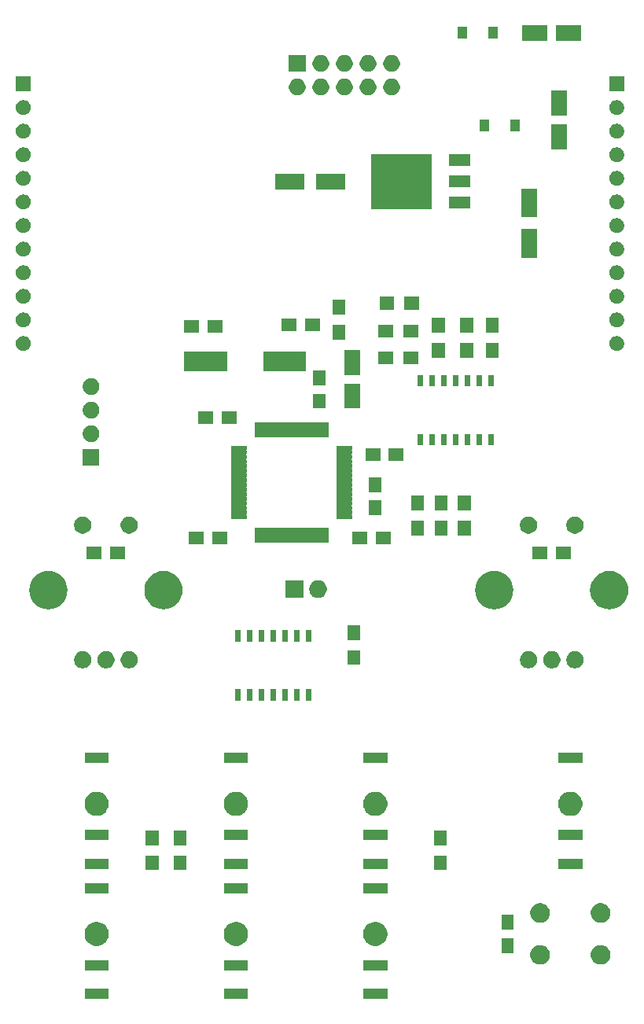
<source format=gbr>
G04 #@! TF.GenerationSoftware,KiCad,Pcbnew,(5.1.4)-1*
G04 #@! TF.CreationDate,2019-09-13T11:08:06+01:00*
G04 #@! TF.ProjectId,oscar,6f736361-722e-46b6-9963-61645f706362,rev?*
G04 #@! TF.SameCoordinates,Original*
G04 #@! TF.FileFunction,Soldermask,Bot*
G04 #@! TF.FilePolarity,Negative*
%FSLAX46Y46*%
G04 Gerber Fmt 4.6, Leading zero omitted, Abs format (unit mm)*
G04 Created by KiCad (PCBNEW (5.1.4)-1) date 2019-09-13 11:08:06*
%MOMM*%
%LPD*%
G04 APERTURE LIST*
%ADD10C,0.100000*%
G04 APERTURE END LIST*
D10*
G36*
X166301000Y-158031000D02*
G01*
X163699000Y-158031000D01*
X163699000Y-156929000D01*
X166301000Y-156929000D01*
X166301000Y-158031000D01*
X166301000Y-158031000D01*
G37*
G36*
X136301000Y-158031000D02*
G01*
X133699000Y-158031000D01*
X133699000Y-156929000D01*
X136301000Y-156929000D01*
X136301000Y-158031000D01*
X136301000Y-158031000D01*
G37*
G36*
X151301000Y-158031000D02*
G01*
X148699000Y-158031000D01*
X148699000Y-156929000D01*
X151301000Y-156929000D01*
X151301000Y-158031000D01*
X151301000Y-158031000D01*
G37*
G36*
X136301000Y-154931000D02*
G01*
X133699000Y-154931000D01*
X133699000Y-153829000D01*
X136301000Y-153829000D01*
X136301000Y-154931000D01*
X136301000Y-154931000D01*
G37*
G36*
X151301000Y-154931000D02*
G01*
X148699000Y-154931000D01*
X148699000Y-153829000D01*
X151301000Y-153829000D01*
X151301000Y-154931000D01*
X151301000Y-154931000D01*
G37*
G36*
X166301000Y-154931000D02*
G01*
X163699000Y-154931000D01*
X163699000Y-153829000D01*
X166301000Y-153829000D01*
X166301000Y-154931000D01*
X166301000Y-154931000D01*
G37*
G36*
X183056564Y-152239389D02*
G01*
X183247833Y-152318615D01*
X183247835Y-152318616D01*
X183419973Y-152433635D01*
X183566365Y-152580027D01*
X183681385Y-152752167D01*
X183760611Y-152943436D01*
X183801000Y-153146484D01*
X183801000Y-153353516D01*
X183760611Y-153556564D01*
X183681385Y-153747833D01*
X183681384Y-153747835D01*
X183566365Y-153919973D01*
X183419973Y-154066365D01*
X183247835Y-154181384D01*
X183247834Y-154181385D01*
X183247833Y-154181385D01*
X183056564Y-154260611D01*
X182853516Y-154301000D01*
X182646484Y-154301000D01*
X182443436Y-154260611D01*
X182252167Y-154181385D01*
X182252166Y-154181385D01*
X182252165Y-154181384D01*
X182080027Y-154066365D01*
X181933635Y-153919973D01*
X181818616Y-153747835D01*
X181818615Y-153747833D01*
X181739389Y-153556564D01*
X181699000Y-153353516D01*
X181699000Y-153146484D01*
X181739389Y-152943436D01*
X181818615Y-152752167D01*
X181933635Y-152580027D01*
X182080027Y-152433635D01*
X182252165Y-152318616D01*
X182252167Y-152318615D01*
X182443436Y-152239389D01*
X182646484Y-152199000D01*
X182853516Y-152199000D01*
X183056564Y-152239389D01*
X183056564Y-152239389D01*
G37*
G36*
X189556564Y-152239389D02*
G01*
X189747833Y-152318615D01*
X189747835Y-152318616D01*
X189919973Y-152433635D01*
X190066365Y-152580027D01*
X190181385Y-152752167D01*
X190260611Y-152943436D01*
X190301000Y-153146484D01*
X190301000Y-153353516D01*
X190260611Y-153556564D01*
X190181385Y-153747833D01*
X190181384Y-153747835D01*
X190066365Y-153919973D01*
X189919973Y-154066365D01*
X189747835Y-154181384D01*
X189747834Y-154181385D01*
X189747833Y-154181385D01*
X189556564Y-154260611D01*
X189353516Y-154301000D01*
X189146484Y-154301000D01*
X188943436Y-154260611D01*
X188752167Y-154181385D01*
X188752166Y-154181385D01*
X188752165Y-154181384D01*
X188580027Y-154066365D01*
X188433635Y-153919973D01*
X188318616Y-153747835D01*
X188318615Y-153747833D01*
X188239389Y-153556564D01*
X188199000Y-153353516D01*
X188199000Y-153146484D01*
X188239389Y-152943436D01*
X188318615Y-152752167D01*
X188433635Y-152580027D01*
X188580027Y-152433635D01*
X188752165Y-152318616D01*
X188752167Y-152318615D01*
X188943436Y-152239389D01*
X189146484Y-152199000D01*
X189353516Y-152199000D01*
X189556564Y-152239389D01*
X189556564Y-152239389D01*
G37*
G36*
X179926000Y-153051000D02*
G01*
X178574000Y-153051000D01*
X178574000Y-151449000D01*
X179926000Y-151449000D01*
X179926000Y-153051000D01*
X179926000Y-153051000D01*
G37*
G36*
X135379487Y-149748996D02*
G01*
X135616253Y-149847068D01*
X135616255Y-149847069D01*
X135829339Y-149989447D01*
X136010553Y-150170661D01*
X136152932Y-150383747D01*
X136251004Y-150620513D01*
X136301000Y-150871861D01*
X136301000Y-151128139D01*
X136251004Y-151379487D01*
X136152932Y-151616253D01*
X136152931Y-151616255D01*
X136010553Y-151829339D01*
X135829339Y-152010553D01*
X135616255Y-152152931D01*
X135616254Y-152152932D01*
X135616253Y-152152932D01*
X135379487Y-152251004D01*
X135128139Y-152301000D01*
X134871861Y-152301000D01*
X134620513Y-152251004D01*
X134383747Y-152152932D01*
X134383746Y-152152932D01*
X134383745Y-152152931D01*
X134170661Y-152010553D01*
X133989447Y-151829339D01*
X133847069Y-151616255D01*
X133847068Y-151616253D01*
X133748996Y-151379487D01*
X133699000Y-151128139D01*
X133699000Y-150871861D01*
X133748996Y-150620513D01*
X133847068Y-150383747D01*
X133989447Y-150170661D01*
X134170661Y-149989447D01*
X134383745Y-149847069D01*
X134383747Y-149847068D01*
X134620513Y-149748996D01*
X134871861Y-149699000D01*
X135128139Y-149699000D01*
X135379487Y-149748996D01*
X135379487Y-149748996D01*
G37*
G36*
X150379487Y-149748996D02*
G01*
X150616253Y-149847068D01*
X150616255Y-149847069D01*
X150829339Y-149989447D01*
X151010553Y-150170661D01*
X151152932Y-150383747D01*
X151251004Y-150620513D01*
X151301000Y-150871861D01*
X151301000Y-151128139D01*
X151251004Y-151379487D01*
X151152932Y-151616253D01*
X151152931Y-151616255D01*
X151010553Y-151829339D01*
X150829339Y-152010553D01*
X150616255Y-152152931D01*
X150616254Y-152152932D01*
X150616253Y-152152932D01*
X150379487Y-152251004D01*
X150128139Y-152301000D01*
X149871861Y-152301000D01*
X149620513Y-152251004D01*
X149383747Y-152152932D01*
X149383746Y-152152932D01*
X149383745Y-152152931D01*
X149170661Y-152010553D01*
X148989447Y-151829339D01*
X148847069Y-151616255D01*
X148847068Y-151616253D01*
X148748996Y-151379487D01*
X148699000Y-151128139D01*
X148699000Y-150871861D01*
X148748996Y-150620513D01*
X148847068Y-150383747D01*
X148989447Y-150170661D01*
X149170661Y-149989447D01*
X149383745Y-149847069D01*
X149383747Y-149847068D01*
X149620513Y-149748996D01*
X149871861Y-149699000D01*
X150128139Y-149699000D01*
X150379487Y-149748996D01*
X150379487Y-149748996D01*
G37*
G36*
X165379487Y-149748996D02*
G01*
X165616253Y-149847068D01*
X165616255Y-149847069D01*
X165829339Y-149989447D01*
X166010553Y-150170661D01*
X166152932Y-150383747D01*
X166251004Y-150620513D01*
X166301000Y-150871861D01*
X166301000Y-151128139D01*
X166251004Y-151379487D01*
X166152932Y-151616253D01*
X166152931Y-151616255D01*
X166010553Y-151829339D01*
X165829339Y-152010553D01*
X165616255Y-152152931D01*
X165616254Y-152152932D01*
X165616253Y-152152932D01*
X165379487Y-152251004D01*
X165128139Y-152301000D01*
X164871861Y-152301000D01*
X164620513Y-152251004D01*
X164383747Y-152152932D01*
X164383746Y-152152932D01*
X164383745Y-152152931D01*
X164170661Y-152010553D01*
X163989447Y-151829339D01*
X163847069Y-151616255D01*
X163847068Y-151616253D01*
X163748996Y-151379487D01*
X163699000Y-151128139D01*
X163699000Y-150871861D01*
X163748996Y-150620513D01*
X163847068Y-150383747D01*
X163989447Y-150170661D01*
X164170661Y-149989447D01*
X164383745Y-149847069D01*
X164383747Y-149847068D01*
X164620513Y-149748996D01*
X164871861Y-149699000D01*
X165128139Y-149699000D01*
X165379487Y-149748996D01*
X165379487Y-149748996D01*
G37*
G36*
X179926000Y-150551000D02*
G01*
X178574000Y-150551000D01*
X178574000Y-148949000D01*
X179926000Y-148949000D01*
X179926000Y-150551000D01*
X179926000Y-150551000D01*
G37*
G36*
X183056564Y-147739389D02*
G01*
X183247833Y-147818615D01*
X183247835Y-147818616D01*
X183419973Y-147933635D01*
X183566365Y-148080027D01*
X183681385Y-148252167D01*
X183760611Y-148443436D01*
X183801000Y-148646484D01*
X183801000Y-148853516D01*
X183760611Y-149056564D01*
X183681385Y-149247833D01*
X183681384Y-149247835D01*
X183566365Y-149419973D01*
X183419973Y-149566365D01*
X183247835Y-149681384D01*
X183247834Y-149681385D01*
X183247833Y-149681385D01*
X183056564Y-149760611D01*
X182853516Y-149801000D01*
X182646484Y-149801000D01*
X182443436Y-149760611D01*
X182252167Y-149681385D01*
X182252166Y-149681385D01*
X182252165Y-149681384D01*
X182080027Y-149566365D01*
X181933635Y-149419973D01*
X181818616Y-149247835D01*
X181818615Y-149247833D01*
X181739389Y-149056564D01*
X181699000Y-148853516D01*
X181699000Y-148646484D01*
X181739389Y-148443436D01*
X181818615Y-148252167D01*
X181933635Y-148080027D01*
X182080027Y-147933635D01*
X182252165Y-147818616D01*
X182252167Y-147818615D01*
X182443436Y-147739389D01*
X182646484Y-147699000D01*
X182853516Y-147699000D01*
X183056564Y-147739389D01*
X183056564Y-147739389D01*
G37*
G36*
X189556564Y-147739389D02*
G01*
X189747833Y-147818615D01*
X189747835Y-147818616D01*
X189919973Y-147933635D01*
X190066365Y-148080027D01*
X190181385Y-148252167D01*
X190260611Y-148443436D01*
X190301000Y-148646484D01*
X190301000Y-148853516D01*
X190260611Y-149056564D01*
X190181385Y-149247833D01*
X190181384Y-149247835D01*
X190066365Y-149419973D01*
X189919973Y-149566365D01*
X189747835Y-149681384D01*
X189747834Y-149681385D01*
X189747833Y-149681385D01*
X189556564Y-149760611D01*
X189353516Y-149801000D01*
X189146484Y-149801000D01*
X188943436Y-149760611D01*
X188752167Y-149681385D01*
X188752166Y-149681385D01*
X188752165Y-149681384D01*
X188580027Y-149566365D01*
X188433635Y-149419973D01*
X188318616Y-149247835D01*
X188318615Y-149247833D01*
X188239389Y-149056564D01*
X188199000Y-148853516D01*
X188199000Y-148646484D01*
X188239389Y-148443436D01*
X188318615Y-148252167D01*
X188433635Y-148080027D01*
X188580027Y-147933635D01*
X188752165Y-147818616D01*
X188752167Y-147818615D01*
X188943436Y-147739389D01*
X189146484Y-147699000D01*
X189353516Y-147699000D01*
X189556564Y-147739389D01*
X189556564Y-147739389D01*
G37*
G36*
X136301000Y-146631000D02*
G01*
X133699000Y-146631000D01*
X133699000Y-145529000D01*
X136301000Y-145529000D01*
X136301000Y-146631000D01*
X136301000Y-146631000D01*
G37*
G36*
X151301000Y-146631000D02*
G01*
X148699000Y-146631000D01*
X148699000Y-145529000D01*
X151301000Y-145529000D01*
X151301000Y-146631000D01*
X151301000Y-146631000D01*
G37*
G36*
X166301000Y-146631000D02*
G01*
X163699000Y-146631000D01*
X163699000Y-145529000D01*
X166301000Y-145529000D01*
X166301000Y-146631000D01*
X166301000Y-146631000D01*
G37*
G36*
X172701000Y-144151000D02*
G01*
X171299000Y-144151000D01*
X171299000Y-142549000D01*
X172701000Y-142549000D01*
X172701000Y-144151000D01*
X172701000Y-144151000D01*
G37*
G36*
X144701000Y-144151000D02*
G01*
X143299000Y-144151000D01*
X143299000Y-142549000D01*
X144701000Y-142549000D01*
X144701000Y-144151000D01*
X144701000Y-144151000D01*
G37*
G36*
X141701000Y-144151000D02*
G01*
X140299000Y-144151000D01*
X140299000Y-142549000D01*
X141701000Y-142549000D01*
X141701000Y-144151000D01*
X141701000Y-144151000D01*
G37*
G36*
X136301000Y-144031000D02*
G01*
X133699000Y-144031000D01*
X133699000Y-142929000D01*
X136301000Y-142929000D01*
X136301000Y-144031000D01*
X136301000Y-144031000D01*
G37*
G36*
X151301000Y-144031000D02*
G01*
X148699000Y-144031000D01*
X148699000Y-142929000D01*
X151301000Y-142929000D01*
X151301000Y-144031000D01*
X151301000Y-144031000D01*
G37*
G36*
X187301000Y-144031000D02*
G01*
X184699000Y-144031000D01*
X184699000Y-142929000D01*
X187301000Y-142929000D01*
X187301000Y-144031000D01*
X187301000Y-144031000D01*
G37*
G36*
X166301000Y-144031000D02*
G01*
X163699000Y-144031000D01*
X163699000Y-142929000D01*
X166301000Y-142929000D01*
X166301000Y-144031000D01*
X166301000Y-144031000D01*
G37*
G36*
X141701000Y-141451000D02*
G01*
X140299000Y-141451000D01*
X140299000Y-139849000D01*
X141701000Y-139849000D01*
X141701000Y-141451000D01*
X141701000Y-141451000D01*
G37*
G36*
X172701000Y-141451000D02*
G01*
X171299000Y-141451000D01*
X171299000Y-139849000D01*
X172701000Y-139849000D01*
X172701000Y-141451000D01*
X172701000Y-141451000D01*
G37*
G36*
X144701000Y-141451000D02*
G01*
X143299000Y-141451000D01*
X143299000Y-139849000D01*
X144701000Y-139849000D01*
X144701000Y-141451000D01*
X144701000Y-141451000D01*
G37*
G36*
X136301000Y-140931000D02*
G01*
X133699000Y-140931000D01*
X133699000Y-139829000D01*
X136301000Y-139829000D01*
X136301000Y-140931000D01*
X136301000Y-140931000D01*
G37*
G36*
X151301000Y-140931000D02*
G01*
X148699000Y-140931000D01*
X148699000Y-139829000D01*
X151301000Y-139829000D01*
X151301000Y-140931000D01*
X151301000Y-140931000D01*
G37*
G36*
X187301000Y-140931000D02*
G01*
X184699000Y-140931000D01*
X184699000Y-139829000D01*
X187301000Y-139829000D01*
X187301000Y-140931000D01*
X187301000Y-140931000D01*
G37*
G36*
X166301000Y-140931000D02*
G01*
X163699000Y-140931000D01*
X163699000Y-139829000D01*
X166301000Y-139829000D01*
X166301000Y-140931000D01*
X166301000Y-140931000D01*
G37*
G36*
X135379487Y-135748996D02*
G01*
X135616253Y-135847068D01*
X135616255Y-135847069D01*
X135829339Y-135989447D01*
X136010553Y-136170661D01*
X136152932Y-136383747D01*
X136251004Y-136620513D01*
X136301000Y-136871861D01*
X136301000Y-137128139D01*
X136251004Y-137379487D01*
X136152932Y-137616253D01*
X136152931Y-137616255D01*
X136010553Y-137829339D01*
X135829339Y-138010553D01*
X135616255Y-138152931D01*
X135616254Y-138152932D01*
X135616253Y-138152932D01*
X135379487Y-138251004D01*
X135128139Y-138301000D01*
X134871861Y-138301000D01*
X134620513Y-138251004D01*
X134383747Y-138152932D01*
X134383746Y-138152932D01*
X134383745Y-138152931D01*
X134170661Y-138010553D01*
X133989447Y-137829339D01*
X133847069Y-137616255D01*
X133847068Y-137616253D01*
X133748996Y-137379487D01*
X133699000Y-137128139D01*
X133699000Y-136871861D01*
X133748996Y-136620513D01*
X133847068Y-136383747D01*
X133989447Y-136170661D01*
X134170661Y-135989447D01*
X134383745Y-135847069D01*
X134383747Y-135847068D01*
X134620513Y-135748996D01*
X134871861Y-135699000D01*
X135128139Y-135699000D01*
X135379487Y-135748996D01*
X135379487Y-135748996D01*
G37*
G36*
X186379487Y-135748996D02*
G01*
X186616253Y-135847068D01*
X186616255Y-135847069D01*
X186829339Y-135989447D01*
X187010553Y-136170661D01*
X187152932Y-136383747D01*
X187251004Y-136620513D01*
X187301000Y-136871861D01*
X187301000Y-137128139D01*
X187251004Y-137379487D01*
X187152932Y-137616253D01*
X187152931Y-137616255D01*
X187010553Y-137829339D01*
X186829339Y-138010553D01*
X186616255Y-138152931D01*
X186616254Y-138152932D01*
X186616253Y-138152932D01*
X186379487Y-138251004D01*
X186128139Y-138301000D01*
X185871861Y-138301000D01*
X185620513Y-138251004D01*
X185383747Y-138152932D01*
X185383746Y-138152932D01*
X185383745Y-138152931D01*
X185170661Y-138010553D01*
X184989447Y-137829339D01*
X184847069Y-137616255D01*
X184847068Y-137616253D01*
X184748996Y-137379487D01*
X184699000Y-137128139D01*
X184699000Y-136871861D01*
X184748996Y-136620513D01*
X184847068Y-136383747D01*
X184989447Y-136170661D01*
X185170661Y-135989447D01*
X185383745Y-135847069D01*
X185383747Y-135847068D01*
X185620513Y-135748996D01*
X185871861Y-135699000D01*
X186128139Y-135699000D01*
X186379487Y-135748996D01*
X186379487Y-135748996D01*
G37*
G36*
X150379487Y-135748996D02*
G01*
X150616253Y-135847068D01*
X150616255Y-135847069D01*
X150829339Y-135989447D01*
X151010553Y-136170661D01*
X151152932Y-136383747D01*
X151251004Y-136620513D01*
X151301000Y-136871861D01*
X151301000Y-137128139D01*
X151251004Y-137379487D01*
X151152932Y-137616253D01*
X151152931Y-137616255D01*
X151010553Y-137829339D01*
X150829339Y-138010553D01*
X150616255Y-138152931D01*
X150616254Y-138152932D01*
X150616253Y-138152932D01*
X150379487Y-138251004D01*
X150128139Y-138301000D01*
X149871861Y-138301000D01*
X149620513Y-138251004D01*
X149383747Y-138152932D01*
X149383746Y-138152932D01*
X149383745Y-138152931D01*
X149170661Y-138010553D01*
X148989447Y-137829339D01*
X148847069Y-137616255D01*
X148847068Y-137616253D01*
X148748996Y-137379487D01*
X148699000Y-137128139D01*
X148699000Y-136871861D01*
X148748996Y-136620513D01*
X148847068Y-136383747D01*
X148989447Y-136170661D01*
X149170661Y-135989447D01*
X149383745Y-135847069D01*
X149383747Y-135847068D01*
X149620513Y-135748996D01*
X149871861Y-135699000D01*
X150128139Y-135699000D01*
X150379487Y-135748996D01*
X150379487Y-135748996D01*
G37*
G36*
X165379487Y-135748996D02*
G01*
X165616253Y-135847068D01*
X165616255Y-135847069D01*
X165829339Y-135989447D01*
X166010553Y-136170661D01*
X166152932Y-136383747D01*
X166251004Y-136620513D01*
X166301000Y-136871861D01*
X166301000Y-137128139D01*
X166251004Y-137379487D01*
X166152932Y-137616253D01*
X166152931Y-137616255D01*
X166010553Y-137829339D01*
X165829339Y-138010553D01*
X165616255Y-138152931D01*
X165616254Y-138152932D01*
X165616253Y-138152932D01*
X165379487Y-138251004D01*
X165128139Y-138301000D01*
X164871861Y-138301000D01*
X164620513Y-138251004D01*
X164383747Y-138152932D01*
X164383746Y-138152932D01*
X164383745Y-138152931D01*
X164170661Y-138010553D01*
X163989447Y-137829339D01*
X163847069Y-137616255D01*
X163847068Y-137616253D01*
X163748996Y-137379487D01*
X163699000Y-137128139D01*
X163699000Y-136871861D01*
X163748996Y-136620513D01*
X163847068Y-136383747D01*
X163989447Y-136170661D01*
X164170661Y-135989447D01*
X164383745Y-135847069D01*
X164383747Y-135847068D01*
X164620513Y-135748996D01*
X164871861Y-135699000D01*
X165128139Y-135699000D01*
X165379487Y-135748996D01*
X165379487Y-135748996D01*
G37*
G36*
X136301000Y-132631000D02*
G01*
X133699000Y-132631000D01*
X133699000Y-131529000D01*
X136301000Y-131529000D01*
X136301000Y-132631000D01*
X136301000Y-132631000D01*
G37*
G36*
X187301000Y-132631000D02*
G01*
X184699000Y-132631000D01*
X184699000Y-131529000D01*
X187301000Y-131529000D01*
X187301000Y-132631000D01*
X187301000Y-132631000D01*
G37*
G36*
X151301000Y-132631000D02*
G01*
X148699000Y-132631000D01*
X148699000Y-131529000D01*
X151301000Y-131529000D01*
X151301000Y-132631000D01*
X151301000Y-132631000D01*
G37*
G36*
X166301000Y-132631000D02*
G01*
X163699000Y-132631000D01*
X163699000Y-131529000D01*
X166301000Y-131529000D01*
X166301000Y-132631000D01*
X166301000Y-132631000D01*
G37*
G36*
X153035000Y-125924500D02*
G01*
X152425000Y-125924500D01*
X152425000Y-124679500D01*
X153035000Y-124679500D01*
X153035000Y-125924500D01*
X153035000Y-125924500D01*
G37*
G36*
X155575000Y-125924500D02*
G01*
X154965000Y-125924500D01*
X154965000Y-124679500D01*
X155575000Y-124679500D01*
X155575000Y-125924500D01*
X155575000Y-125924500D01*
G37*
G36*
X151765000Y-125924500D02*
G01*
X151155000Y-125924500D01*
X151155000Y-124679500D01*
X151765000Y-124679500D01*
X151765000Y-125924500D01*
X151765000Y-125924500D01*
G37*
G36*
X150495000Y-125924500D02*
G01*
X149885000Y-125924500D01*
X149885000Y-124679500D01*
X150495000Y-124679500D01*
X150495000Y-125924500D01*
X150495000Y-125924500D01*
G37*
G36*
X158115000Y-125924500D02*
G01*
X157505000Y-125924500D01*
X157505000Y-124679500D01*
X158115000Y-124679500D01*
X158115000Y-125924500D01*
X158115000Y-125924500D01*
G37*
G36*
X156845000Y-125924500D02*
G01*
X156235000Y-125924500D01*
X156235000Y-124679500D01*
X156845000Y-124679500D01*
X156845000Y-125924500D01*
X156845000Y-125924500D01*
G37*
G36*
X154305000Y-125924500D02*
G01*
X153695000Y-125924500D01*
X153695000Y-124679500D01*
X154305000Y-124679500D01*
X154305000Y-125924500D01*
X154305000Y-125924500D01*
G37*
G36*
X181770104Y-120609585D02*
G01*
X181938626Y-120679389D01*
X182090291Y-120780728D01*
X182219272Y-120909709D01*
X182320611Y-121061374D01*
X182390415Y-121229896D01*
X182426000Y-121408797D01*
X182426000Y-121591203D01*
X182390415Y-121770104D01*
X182320611Y-121938626D01*
X182219272Y-122090291D01*
X182090291Y-122219272D01*
X181938626Y-122320611D01*
X181770104Y-122390415D01*
X181591203Y-122426000D01*
X181408797Y-122426000D01*
X181229896Y-122390415D01*
X181061374Y-122320611D01*
X180909709Y-122219272D01*
X180780728Y-122090291D01*
X180679389Y-121938626D01*
X180609585Y-121770104D01*
X180574000Y-121591203D01*
X180574000Y-121408797D01*
X180609585Y-121229896D01*
X180679389Y-121061374D01*
X180780728Y-120909709D01*
X180909709Y-120780728D01*
X181061374Y-120679389D01*
X181229896Y-120609585D01*
X181408797Y-120574000D01*
X181591203Y-120574000D01*
X181770104Y-120609585D01*
X181770104Y-120609585D01*
G37*
G36*
X133770104Y-120609585D02*
G01*
X133938626Y-120679389D01*
X134090291Y-120780728D01*
X134219272Y-120909709D01*
X134320611Y-121061374D01*
X134390415Y-121229896D01*
X134426000Y-121408797D01*
X134426000Y-121591203D01*
X134390415Y-121770104D01*
X134320611Y-121938626D01*
X134219272Y-122090291D01*
X134090291Y-122219272D01*
X133938626Y-122320611D01*
X133770104Y-122390415D01*
X133591203Y-122426000D01*
X133408797Y-122426000D01*
X133229896Y-122390415D01*
X133061374Y-122320611D01*
X132909709Y-122219272D01*
X132780728Y-122090291D01*
X132679389Y-121938626D01*
X132609585Y-121770104D01*
X132574000Y-121591203D01*
X132574000Y-121408797D01*
X132609585Y-121229896D01*
X132679389Y-121061374D01*
X132780728Y-120909709D01*
X132909709Y-120780728D01*
X133061374Y-120679389D01*
X133229896Y-120609585D01*
X133408797Y-120574000D01*
X133591203Y-120574000D01*
X133770104Y-120609585D01*
X133770104Y-120609585D01*
G37*
G36*
X186770104Y-120609585D02*
G01*
X186938626Y-120679389D01*
X187090291Y-120780728D01*
X187219272Y-120909709D01*
X187320611Y-121061374D01*
X187390415Y-121229896D01*
X187426000Y-121408797D01*
X187426000Y-121591203D01*
X187390415Y-121770104D01*
X187320611Y-121938626D01*
X187219272Y-122090291D01*
X187090291Y-122219272D01*
X186938626Y-122320611D01*
X186770104Y-122390415D01*
X186591203Y-122426000D01*
X186408797Y-122426000D01*
X186229896Y-122390415D01*
X186061374Y-122320611D01*
X185909709Y-122219272D01*
X185780728Y-122090291D01*
X185679389Y-121938626D01*
X185609585Y-121770104D01*
X185574000Y-121591203D01*
X185574000Y-121408797D01*
X185609585Y-121229896D01*
X185679389Y-121061374D01*
X185780728Y-120909709D01*
X185909709Y-120780728D01*
X186061374Y-120679389D01*
X186229896Y-120609585D01*
X186408797Y-120574000D01*
X186591203Y-120574000D01*
X186770104Y-120609585D01*
X186770104Y-120609585D01*
G37*
G36*
X184270104Y-120609585D02*
G01*
X184438626Y-120679389D01*
X184590291Y-120780728D01*
X184719272Y-120909709D01*
X184820611Y-121061374D01*
X184890415Y-121229896D01*
X184926000Y-121408797D01*
X184926000Y-121591203D01*
X184890415Y-121770104D01*
X184820611Y-121938626D01*
X184719272Y-122090291D01*
X184590291Y-122219272D01*
X184438626Y-122320611D01*
X184270104Y-122390415D01*
X184091203Y-122426000D01*
X183908797Y-122426000D01*
X183729896Y-122390415D01*
X183561374Y-122320611D01*
X183409709Y-122219272D01*
X183280728Y-122090291D01*
X183179389Y-121938626D01*
X183109585Y-121770104D01*
X183074000Y-121591203D01*
X183074000Y-121408797D01*
X183109585Y-121229896D01*
X183179389Y-121061374D01*
X183280728Y-120909709D01*
X183409709Y-120780728D01*
X183561374Y-120679389D01*
X183729896Y-120609585D01*
X183908797Y-120574000D01*
X184091203Y-120574000D01*
X184270104Y-120609585D01*
X184270104Y-120609585D01*
G37*
G36*
X136270104Y-120609585D02*
G01*
X136438626Y-120679389D01*
X136590291Y-120780728D01*
X136719272Y-120909709D01*
X136820611Y-121061374D01*
X136890415Y-121229896D01*
X136926000Y-121408797D01*
X136926000Y-121591203D01*
X136890415Y-121770104D01*
X136820611Y-121938626D01*
X136719272Y-122090291D01*
X136590291Y-122219272D01*
X136438626Y-122320611D01*
X136270104Y-122390415D01*
X136091203Y-122426000D01*
X135908797Y-122426000D01*
X135729896Y-122390415D01*
X135561374Y-122320611D01*
X135409709Y-122219272D01*
X135280728Y-122090291D01*
X135179389Y-121938626D01*
X135109585Y-121770104D01*
X135074000Y-121591203D01*
X135074000Y-121408797D01*
X135109585Y-121229896D01*
X135179389Y-121061374D01*
X135280728Y-120909709D01*
X135409709Y-120780728D01*
X135561374Y-120679389D01*
X135729896Y-120609585D01*
X135908797Y-120574000D01*
X136091203Y-120574000D01*
X136270104Y-120609585D01*
X136270104Y-120609585D01*
G37*
G36*
X138770104Y-120609585D02*
G01*
X138938626Y-120679389D01*
X139090291Y-120780728D01*
X139219272Y-120909709D01*
X139320611Y-121061374D01*
X139390415Y-121229896D01*
X139426000Y-121408797D01*
X139426000Y-121591203D01*
X139390415Y-121770104D01*
X139320611Y-121938626D01*
X139219272Y-122090291D01*
X139090291Y-122219272D01*
X138938626Y-122320611D01*
X138770104Y-122390415D01*
X138591203Y-122426000D01*
X138408797Y-122426000D01*
X138229896Y-122390415D01*
X138061374Y-122320611D01*
X137909709Y-122219272D01*
X137780728Y-122090291D01*
X137679389Y-121938626D01*
X137609585Y-121770104D01*
X137574000Y-121591203D01*
X137574000Y-121408797D01*
X137609585Y-121229896D01*
X137679389Y-121061374D01*
X137780728Y-120909709D01*
X137909709Y-120780728D01*
X138061374Y-120679389D01*
X138229896Y-120609585D01*
X138408797Y-120574000D01*
X138591203Y-120574000D01*
X138770104Y-120609585D01*
X138770104Y-120609585D01*
G37*
G36*
X163401000Y-122051000D02*
G01*
X161999000Y-122051000D01*
X161999000Y-120449000D01*
X163401000Y-120449000D01*
X163401000Y-122051000D01*
X163401000Y-122051000D01*
G37*
G36*
X156845000Y-119574500D02*
G01*
X156235000Y-119574500D01*
X156235000Y-118329500D01*
X156845000Y-118329500D01*
X156845000Y-119574500D01*
X156845000Y-119574500D01*
G37*
G36*
X158115000Y-119574500D02*
G01*
X157505000Y-119574500D01*
X157505000Y-118329500D01*
X158115000Y-118329500D01*
X158115000Y-119574500D01*
X158115000Y-119574500D01*
G37*
G36*
X155575000Y-119574500D02*
G01*
X154965000Y-119574500D01*
X154965000Y-118329500D01*
X155575000Y-118329500D01*
X155575000Y-119574500D01*
X155575000Y-119574500D01*
G37*
G36*
X154305000Y-119574500D02*
G01*
X153695000Y-119574500D01*
X153695000Y-118329500D01*
X154305000Y-118329500D01*
X154305000Y-119574500D01*
X154305000Y-119574500D01*
G37*
G36*
X153035000Y-119574500D02*
G01*
X152425000Y-119574500D01*
X152425000Y-118329500D01*
X153035000Y-118329500D01*
X153035000Y-119574500D01*
X153035000Y-119574500D01*
G37*
G36*
X151765000Y-119574500D02*
G01*
X151155000Y-119574500D01*
X151155000Y-118329500D01*
X151765000Y-118329500D01*
X151765000Y-119574500D01*
X151765000Y-119574500D01*
G37*
G36*
X150495000Y-119574500D02*
G01*
X149885000Y-119574500D01*
X149885000Y-118329500D01*
X150495000Y-118329500D01*
X150495000Y-119574500D01*
X150495000Y-119574500D01*
G37*
G36*
X163401000Y-119351000D02*
G01*
X161999000Y-119351000D01*
X161999000Y-117749000D01*
X163401000Y-117749000D01*
X163401000Y-119351000D01*
X163401000Y-119351000D01*
G37*
G36*
X190401189Y-111958892D02*
G01*
X190602066Y-111978677D01*
X190988681Y-112095955D01*
X190988684Y-112095956D01*
X191344983Y-112286402D01*
X191344986Y-112286404D01*
X191344987Y-112286405D01*
X191657293Y-112542707D01*
X191913595Y-112855013D01*
X191913598Y-112855017D01*
X192104044Y-113211316D01*
X192104045Y-113211319D01*
X192221323Y-113597934D01*
X192260923Y-114000000D01*
X192221323Y-114402066D01*
X192189726Y-114506227D01*
X192104044Y-114788684D01*
X191913598Y-115144983D01*
X191913596Y-115144986D01*
X191913595Y-115144987D01*
X191657293Y-115457293D01*
X191344987Y-115713595D01*
X191344983Y-115713598D01*
X190988684Y-115904044D01*
X190988681Y-115904045D01*
X190602066Y-116021323D01*
X190401189Y-116041108D01*
X190300751Y-116051000D01*
X190099249Y-116051000D01*
X189998811Y-116041108D01*
X189797934Y-116021323D01*
X189411319Y-115904045D01*
X189411316Y-115904044D01*
X189055017Y-115713598D01*
X189055013Y-115713595D01*
X188742707Y-115457293D01*
X188486405Y-115144987D01*
X188486404Y-115144986D01*
X188486402Y-115144983D01*
X188295956Y-114788684D01*
X188210274Y-114506227D01*
X188178677Y-114402066D01*
X188139077Y-114000000D01*
X188178677Y-113597934D01*
X188295955Y-113211319D01*
X188295956Y-113211316D01*
X188486402Y-112855017D01*
X188486405Y-112855013D01*
X188742707Y-112542707D01*
X189055013Y-112286405D01*
X189055014Y-112286404D01*
X189055017Y-112286402D01*
X189411316Y-112095956D01*
X189411319Y-112095955D01*
X189797934Y-111978677D01*
X189998811Y-111958892D01*
X190099249Y-111949000D01*
X190300751Y-111949000D01*
X190401189Y-111958892D01*
X190401189Y-111958892D01*
G37*
G36*
X178001189Y-111958892D02*
G01*
X178202066Y-111978677D01*
X178588681Y-112095955D01*
X178588684Y-112095956D01*
X178944983Y-112286402D01*
X178944986Y-112286404D01*
X178944987Y-112286405D01*
X179257293Y-112542707D01*
X179513595Y-112855013D01*
X179513598Y-112855017D01*
X179704044Y-113211316D01*
X179704045Y-113211319D01*
X179821323Y-113597934D01*
X179860923Y-114000000D01*
X179821323Y-114402066D01*
X179789726Y-114506227D01*
X179704044Y-114788684D01*
X179513598Y-115144983D01*
X179513596Y-115144986D01*
X179513595Y-115144987D01*
X179257293Y-115457293D01*
X178944987Y-115713595D01*
X178944983Y-115713598D01*
X178588684Y-115904044D01*
X178588681Y-115904045D01*
X178202066Y-116021323D01*
X178001189Y-116041108D01*
X177900751Y-116051000D01*
X177699249Y-116051000D01*
X177598811Y-116041108D01*
X177397934Y-116021323D01*
X177011319Y-115904045D01*
X177011316Y-115904044D01*
X176655017Y-115713598D01*
X176655013Y-115713595D01*
X176342707Y-115457293D01*
X176086405Y-115144987D01*
X176086404Y-115144986D01*
X176086402Y-115144983D01*
X175895956Y-114788684D01*
X175810274Y-114506227D01*
X175778677Y-114402066D01*
X175739077Y-114000000D01*
X175778677Y-113597934D01*
X175895955Y-113211319D01*
X175895956Y-113211316D01*
X176086402Y-112855017D01*
X176086405Y-112855013D01*
X176342707Y-112542707D01*
X176655013Y-112286405D01*
X176655014Y-112286404D01*
X176655017Y-112286402D01*
X177011316Y-112095956D01*
X177011319Y-112095955D01*
X177397934Y-111978677D01*
X177598811Y-111958892D01*
X177699249Y-111949000D01*
X177900751Y-111949000D01*
X178001189Y-111958892D01*
X178001189Y-111958892D01*
G37*
G36*
X142401189Y-111958892D02*
G01*
X142602066Y-111978677D01*
X142988681Y-112095955D01*
X142988684Y-112095956D01*
X143344983Y-112286402D01*
X143344986Y-112286404D01*
X143344987Y-112286405D01*
X143657293Y-112542707D01*
X143913595Y-112855013D01*
X143913598Y-112855017D01*
X144104044Y-113211316D01*
X144104045Y-113211319D01*
X144221323Y-113597934D01*
X144260923Y-114000000D01*
X144221323Y-114402066D01*
X144189726Y-114506227D01*
X144104044Y-114788684D01*
X143913598Y-115144983D01*
X143913596Y-115144986D01*
X143913595Y-115144987D01*
X143657293Y-115457293D01*
X143344987Y-115713595D01*
X143344983Y-115713598D01*
X142988684Y-115904044D01*
X142988681Y-115904045D01*
X142602066Y-116021323D01*
X142401189Y-116041108D01*
X142300751Y-116051000D01*
X142099249Y-116051000D01*
X141998811Y-116041108D01*
X141797934Y-116021323D01*
X141411319Y-115904045D01*
X141411316Y-115904044D01*
X141055017Y-115713598D01*
X141055013Y-115713595D01*
X140742707Y-115457293D01*
X140486405Y-115144987D01*
X140486404Y-115144986D01*
X140486402Y-115144983D01*
X140295956Y-114788684D01*
X140210274Y-114506227D01*
X140178677Y-114402066D01*
X140139077Y-114000000D01*
X140178677Y-113597934D01*
X140295955Y-113211319D01*
X140295956Y-113211316D01*
X140486402Y-112855017D01*
X140486405Y-112855013D01*
X140742707Y-112542707D01*
X141055013Y-112286405D01*
X141055014Y-112286404D01*
X141055017Y-112286402D01*
X141411316Y-112095956D01*
X141411319Y-112095955D01*
X141797934Y-111978677D01*
X141998811Y-111958892D01*
X142099249Y-111949000D01*
X142300751Y-111949000D01*
X142401189Y-111958892D01*
X142401189Y-111958892D01*
G37*
G36*
X130001189Y-111958892D02*
G01*
X130202066Y-111978677D01*
X130588681Y-112095955D01*
X130588684Y-112095956D01*
X130944983Y-112286402D01*
X130944986Y-112286404D01*
X130944987Y-112286405D01*
X131257293Y-112542707D01*
X131513595Y-112855013D01*
X131513598Y-112855017D01*
X131704044Y-113211316D01*
X131704045Y-113211319D01*
X131821323Y-113597934D01*
X131860923Y-114000000D01*
X131821323Y-114402066D01*
X131789726Y-114506227D01*
X131704044Y-114788684D01*
X131513598Y-115144983D01*
X131513596Y-115144986D01*
X131513595Y-115144987D01*
X131257293Y-115457293D01*
X130944987Y-115713595D01*
X130944983Y-115713598D01*
X130588684Y-115904044D01*
X130588681Y-115904045D01*
X130202066Y-116021323D01*
X130001189Y-116041108D01*
X129900751Y-116051000D01*
X129699249Y-116051000D01*
X129598811Y-116041108D01*
X129397934Y-116021323D01*
X129011319Y-115904045D01*
X129011316Y-115904044D01*
X128655017Y-115713598D01*
X128655013Y-115713595D01*
X128342707Y-115457293D01*
X128086405Y-115144987D01*
X128086404Y-115144986D01*
X128086402Y-115144983D01*
X127895956Y-114788684D01*
X127810274Y-114506227D01*
X127778677Y-114402066D01*
X127739077Y-114000000D01*
X127778677Y-113597934D01*
X127895955Y-113211319D01*
X127895956Y-113211316D01*
X128086402Y-112855017D01*
X128086405Y-112855013D01*
X128342707Y-112542707D01*
X128655013Y-112286405D01*
X128655014Y-112286404D01*
X128655017Y-112286402D01*
X129011316Y-112095956D01*
X129011319Y-112095955D01*
X129397934Y-111978677D01*
X129598811Y-111958892D01*
X129699249Y-111949000D01*
X129900751Y-111949000D01*
X130001189Y-111958892D01*
X130001189Y-111958892D01*
G37*
G36*
X157251000Y-114851000D02*
G01*
X155349000Y-114851000D01*
X155349000Y-112949000D01*
X157251000Y-112949000D01*
X157251000Y-114851000D01*
X157251000Y-114851000D01*
G37*
G36*
X159117395Y-112985546D02*
G01*
X159290466Y-113057234D01*
X159290467Y-113057235D01*
X159446227Y-113161310D01*
X159578690Y-113293773D01*
X159578691Y-113293775D01*
X159682766Y-113449534D01*
X159754454Y-113622605D01*
X159791000Y-113806333D01*
X159791000Y-113993667D01*
X159754454Y-114177395D01*
X159682766Y-114350466D01*
X159682765Y-114350467D01*
X159578690Y-114506227D01*
X159446227Y-114638690D01*
X159367818Y-114691081D01*
X159290466Y-114742766D01*
X159117395Y-114814454D01*
X158933667Y-114851000D01*
X158746333Y-114851000D01*
X158562605Y-114814454D01*
X158389534Y-114742766D01*
X158312182Y-114691081D01*
X158233773Y-114638690D01*
X158101310Y-114506227D01*
X157997235Y-114350467D01*
X157997234Y-114350466D01*
X157925546Y-114177395D01*
X157889000Y-113993667D01*
X157889000Y-113806333D01*
X157925546Y-113622605D01*
X157997234Y-113449534D01*
X158101309Y-113293775D01*
X158101310Y-113293773D01*
X158233773Y-113161310D01*
X158389533Y-113057235D01*
X158389534Y-113057234D01*
X158562605Y-112985546D01*
X158746333Y-112949000D01*
X158933667Y-112949000D01*
X159117395Y-112985546D01*
X159117395Y-112985546D01*
G37*
G36*
X183551000Y-110676000D02*
G01*
X181949000Y-110676000D01*
X181949000Y-109324000D01*
X183551000Y-109324000D01*
X183551000Y-110676000D01*
X183551000Y-110676000D01*
G37*
G36*
X186051000Y-110676000D02*
G01*
X184449000Y-110676000D01*
X184449000Y-109324000D01*
X186051000Y-109324000D01*
X186051000Y-110676000D01*
X186051000Y-110676000D01*
G37*
G36*
X138051000Y-110676000D02*
G01*
X136449000Y-110676000D01*
X136449000Y-109324000D01*
X138051000Y-109324000D01*
X138051000Y-110676000D01*
X138051000Y-110676000D01*
G37*
G36*
X135551000Y-110676000D02*
G01*
X133949000Y-110676000D01*
X133949000Y-109324000D01*
X135551000Y-109324000D01*
X135551000Y-110676000D01*
X135551000Y-110676000D01*
G37*
G36*
X146551000Y-109076000D02*
G01*
X144949000Y-109076000D01*
X144949000Y-107724000D01*
X146551000Y-107724000D01*
X146551000Y-109076000D01*
X146551000Y-109076000D01*
G37*
G36*
X149051000Y-109076000D02*
G01*
X147449000Y-109076000D01*
X147449000Y-107724000D01*
X149051000Y-107724000D01*
X149051000Y-109076000D01*
X149051000Y-109076000D01*
G37*
G36*
X164151000Y-109076000D02*
G01*
X162549000Y-109076000D01*
X162549000Y-107724000D01*
X164151000Y-107724000D01*
X164151000Y-109076000D01*
X164151000Y-109076000D01*
G37*
G36*
X166651000Y-109076000D02*
G01*
X165049000Y-109076000D01*
X165049000Y-107724000D01*
X166651000Y-107724000D01*
X166651000Y-109076000D01*
X166651000Y-109076000D01*
G37*
G36*
X152420295Y-107250323D02*
G01*
X152427309Y-107252451D01*
X152441077Y-107259810D01*
X152463716Y-107269187D01*
X152487749Y-107273967D01*
X152512253Y-107273967D01*
X152536286Y-107269186D01*
X152558923Y-107259810D01*
X152572691Y-107252451D01*
X152579705Y-107250323D01*
X152593140Y-107249000D01*
X152906860Y-107249000D01*
X152920295Y-107250323D01*
X152927309Y-107252451D01*
X152941077Y-107259810D01*
X152963716Y-107269187D01*
X152987749Y-107273967D01*
X153012253Y-107273967D01*
X153036286Y-107269186D01*
X153058923Y-107259810D01*
X153072691Y-107252451D01*
X153079705Y-107250323D01*
X153093140Y-107249000D01*
X153406860Y-107249000D01*
X153420295Y-107250323D01*
X153427309Y-107252451D01*
X153441077Y-107259810D01*
X153463716Y-107269187D01*
X153487749Y-107273967D01*
X153512253Y-107273967D01*
X153536286Y-107269186D01*
X153558923Y-107259810D01*
X153572691Y-107252451D01*
X153579705Y-107250323D01*
X153593140Y-107249000D01*
X153906860Y-107249000D01*
X153920295Y-107250323D01*
X153927309Y-107252451D01*
X153941077Y-107259810D01*
X153963716Y-107269187D01*
X153987749Y-107273967D01*
X154012253Y-107273967D01*
X154036286Y-107269186D01*
X154058923Y-107259810D01*
X154072691Y-107252451D01*
X154079705Y-107250323D01*
X154093140Y-107249000D01*
X154406860Y-107249000D01*
X154420295Y-107250323D01*
X154427309Y-107252451D01*
X154441077Y-107259810D01*
X154463716Y-107269187D01*
X154487749Y-107273967D01*
X154512253Y-107273967D01*
X154536286Y-107269186D01*
X154558923Y-107259810D01*
X154572691Y-107252451D01*
X154579705Y-107250323D01*
X154593140Y-107249000D01*
X154906860Y-107249000D01*
X154920295Y-107250323D01*
X154927309Y-107252451D01*
X154941077Y-107259810D01*
X154963716Y-107269187D01*
X154987749Y-107273967D01*
X155012253Y-107273967D01*
X155036286Y-107269186D01*
X155058923Y-107259810D01*
X155072691Y-107252451D01*
X155079705Y-107250323D01*
X155093140Y-107249000D01*
X155406860Y-107249000D01*
X155420295Y-107250323D01*
X155427309Y-107252451D01*
X155441077Y-107259810D01*
X155463716Y-107269187D01*
X155487749Y-107273967D01*
X155512253Y-107273967D01*
X155536286Y-107269186D01*
X155558923Y-107259810D01*
X155572691Y-107252451D01*
X155579705Y-107250323D01*
X155593140Y-107249000D01*
X155906860Y-107249000D01*
X155920295Y-107250323D01*
X155927309Y-107252451D01*
X155941077Y-107259810D01*
X155963716Y-107269187D01*
X155987749Y-107273967D01*
X156012253Y-107273967D01*
X156036286Y-107269186D01*
X156058923Y-107259810D01*
X156072691Y-107252451D01*
X156079705Y-107250323D01*
X156093140Y-107249000D01*
X156406860Y-107249000D01*
X156420295Y-107250323D01*
X156427309Y-107252451D01*
X156441077Y-107259810D01*
X156463716Y-107269187D01*
X156487749Y-107273967D01*
X156512253Y-107273967D01*
X156536286Y-107269186D01*
X156558923Y-107259810D01*
X156572691Y-107252451D01*
X156579705Y-107250323D01*
X156593140Y-107249000D01*
X156906860Y-107249000D01*
X156920295Y-107250323D01*
X156927309Y-107252451D01*
X156941077Y-107259810D01*
X156963716Y-107269187D01*
X156987749Y-107273967D01*
X157012253Y-107273967D01*
X157036286Y-107269186D01*
X157058923Y-107259810D01*
X157072691Y-107252451D01*
X157079705Y-107250323D01*
X157093140Y-107249000D01*
X157406860Y-107249000D01*
X157420295Y-107250323D01*
X157427309Y-107252451D01*
X157441077Y-107259810D01*
X157463716Y-107269187D01*
X157487749Y-107273967D01*
X157512253Y-107273967D01*
X157536286Y-107269186D01*
X157558923Y-107259810D01*
X157572691Y-107252451D01*
X157579705Y-107250323D01*
X157593140Y-107249000D01*
X157906860Y-107249000D01*
X157920295Y-107250323D01*
X157927309Y-107252451D01*
X157941077Y-107259810D01*
X157963716Y-107269187D01*
X157987749Y-107273967D01*
X158012253Y-107273967D01*
X158036286Y-107269186D01*
X158058923Y-107259810D01*
X158072691Y-107252451D01*
X158079705Y-107250323D01*
X158093140Y-107249000D01*
X158406860Y-107249000D01*
X158420295Y-107250323D01*
X158427309Y-107252451D01*
X158441077Y-107259810D01*
X158463716Y-107269187D01*
X158487749Y-107273967D01*
X158512253Y-107273967D01*
X158536286Y-107269186D01*
X158558923Y-107259810D01*
X158572691Y-107252451D01*
X158579705Y-107250323D01*
X158593140Y-107249000D01*
X158906860Y-107249000D01*
X158920295Y-107250323D01*
X158927309Y-107252451D01*
X158941077Y-107259810D01*
X158963716Y-107269187D01*
X158987749Y-107273967D01*
X159012253Y-107273967D01*
X159036286Y-107269186D01*
X159058923Y-107259810D01*
X159072691Y-107252451D01*
X159079705Y-107250323D01*
X159093140Y-107249000D01*
X159406860Y-107249000D01*
X159420295Y-107250323D01*
X159427309Y-107252451D01*
X159441077Y-107259810D01*
X159463716Y-107269187D01*
X159487749Y-107273967D01*
X159512253Y-107273967D01*
X159536286Y-107269186D01*
X159558923Y-107259810D01*
X159572691Y-107252451D01*
X159579705Y-107250323D01*
X159593140Y-107249000D01*
X159906860Y-107249000D01*
X159920295Y-107250323D01*
X159927310Y-107252451D01*
X159933776Y-107255908D01*
X159939442Y-107260558D01*
X159944092Y-107266224D01*
X159947549Y-107272690D01*
X159949677Y-107279705D01*
X159951000Y-107293140D01*
X159951000Y-108856860D01*
X159949677Y-108870295D01*
X159947549Y-108877310D01*
X159944092Y-108883776D01*
X159939442Y-108889442D01*
X159933776Y-108894092D01*
X159927310Y-108897549D01*
X159920295Y-108899677D01*
X159906860Y-108901000D01*
X159593140Y-108901000D01*
X159579705Y-108899677D01*
X159572691Y-108897549D01*
X159558923Y-108890190D01*
X159536284Y-108880813D01*
X159512251Y-108876033D01*
X159487747Y-108876033D01*
X159463714Y-108880814D01*
X159441077Y-108890190D01*
X159427309Y-108897549D01*
X159420295Y-108899677D01*
X159406860Y-108901000D01*
X159093140Y-108901000D01*
X159079705Y-108899677D01*
X159072691Y-108897549D01*
X159058923Y-108890190D01*
X159036284Y-108880813D01*
X159012251Y-108876033D01*
X158987747Y-108876033D01*
X158963714Y-108880814D01*
X158941077Y-108890190D01*
X158927309Y-108897549D01*
X158920295Y-108899677D01*
X158906860Y-108901000D01*
X158593140Y-108901000D01*
X158579705Y-108899677D01*
X158572691Y-108897549D01*
X158558923Y-108890190D01*
X158536284Y-108880813D01*
X158512251Y-108876033D01*
X158487747Y-108876033D01*
X158463714Y-108880814D01*
X158441077Y-108890190D01*
X158427309Y-108897549D01*
X158420295Y-108899677D01*
X158406860Y-108901000D01*
X158093140Y-108901000D01*
X158079705Y-108899677D01*
X158072691Y-108897549D01*
X158058923Y-108890190D01*
X158036284Y-108880813D01*
X158012251Y-108876033D01*
X157987747Y-108876033D01*
X157963714Y-108880814D01*
X157941077Y-108890190D01*
X157927309Y-108897549D01*
X157920295Y-108899677D01*
X157906860Y-108901000D01*
X157593140Y-108901000D01*
X157579705Y-108899677D01*
X157572691Y-108897549D01*
X157558923Y-108890190D01*
X157536284Y-108880813D01*
X157512251Y-108876033D01*
X157487747Y-108876033D01*
X157463714Y-108880814D01*
X157441077Y-108890190D01*
X157427309Y-108897549D01*
X157420295Y-108899677D01*
X157406860Y-108901000D01*
X157093140Y-108901000D01*
X157079705Y-108899677D01*
X157072691Y-108897549D01*
X157058923Y-108890190D01*
X157036284Y-108880813D01*
X157012251Y-108876033D01*
X156987747Y-108876033D01*
X156963714Y-108880814D01*
X156941077Y-108890190D01*
X156927309Y-108897549D01*
X156920295Y-108899677D01*
X156906860Y-108901000D01*
X156593140Y-108901000D01*
X156579705Y-108899677D01*
X156572691Y-108897549D01*
X156558923Y-108890190D01*
X156536284Y-108880813D01*
X156512251Y-108876033D01*
X156487747Y-108876033D01*
X156463714Y-108880814D01*
X156441077Y-108890190D01*
X156427309Y-108897549D01*
X156420295Y-108899677D01*
X156406860Y-108901000D01*
X156093140Y-108901000D01*
X156079705Y-108899677D01*
X156072691Y-108897549D01*
X156058923Y-108890190D01*
X156036284Y-108880813D01*
X156012251Y-108876033D01*
X155987747Y-108876033D01*
X155963714Y-108880814D01*
X155941077Y-108890190D01*
X155927309Y-108897549D01*
X155920295Y-108899677D01*
X155906860Y-108901000D01*
X155593140Y-108901000D01*
X155579705Y-108899677D01*
X155572691Y-108897549D01*
X155558923Y-108890190D01*
X155536284Y-108880813D01*
X155512251Y-108876033D01*
X155487747Y-108876033D01*
X155463714Y-108880814D01*
X155441077Y-108890190D01*
X155427309Y-108897549D01*
X155420295Y-108899677D01*
X155406860Y-108901000D01*
X155093140Y-108901000D01*
X155079705Y-108899677D01*
X155072691Y-108897549D01*
X155058923Y-108890190D01*
X155036284Y-108880813D01*
X155012251Y-108876033D01*
X154987747Y-108876033D01*
X154963714Y-108880814D01*
X154941077Y-108890190D01*
X154927309Y-108897549D01*
X154920295Y-108899677D01*
X154906860Y-108901000D01*
X154593140Y-108901000D01*
X154579705Y-108899677D01*
X154572691Y-108897549D01*
X154558923Y-108890190D01*
X154536284Y-108880813D01*
X154512251Y-108876033D01*
X154487747Y-108876033D01*
X154463714Y-108880814D01*
X154441077Y-108890190D01*
X154427309Y-108897549D01*
X154420295Y-108899677D01*
X154406860Y-108901000D01*
X154093140Y-108901000D01*
X154079705Y-108899677D01*
X154072691Y-108897549D01*
X154058923Y-108890190D01*
X154036284Y-108880813D01*
X154012251Y-108876033D01*
X153987747Y-108876033D01*
X153963714Y-108880814D01*
X153941077Y-108890190D01*
X153927309Y-108897549D01*
X153920295Y-108899677D01*
X153906860Y-108901000D01*
X153593140Y-108901000D01*
X153579705Y-108899677D01*
X153572691Y-108897549D01*
X153558923Y-108890190D01*
X153536284Y-108880813D01*
X153512251Y-108876033D01*
X153487747Y-108876033D01*
X153463714Y-108880814D01*
X153441077Y-108890190D01*
X153427309Y-108897549D01*
X153420295Y-108899677D01*
X153406860Y-108901000D01*
X153093140Y-108901000D01*
X153079705Y-108899677D01*
X153072691Y-108897549D01*
X153058923Y-108890190D01*
X153036284Y-108880813D01*
X153012251Y-108876033D01*
X152987747Y-108876033D01*
X152963714Y-108880814D01*
X152941077Y-108890190D01*
X152927309Y-108897549D01*
X152920295Y-108899677D01*
X152906860Y-108901000D01*
X152593140Y-108901000D01*
X152579705Y-108899677D01*
X152572691Y-108897549D01*
X152558923Y-108890190D01*
X152536284Y-108880813D01*
X152512251Y-108876033D01*
X152487747Y-108876033D01*
X152463714Y-108880814D01*
X152441077Y-108890190D01*
X152427309Y-108897549D01*
X152420295Y-108899677D01*
X152406860Y-108901000D01*
X152093140Y-108901000D01*
X152079705Y-108899677D01*
X152072690Y-108897549D01*
X152066224Y-108894092D01*
X152060558Y-108889442D01*
X152055908Y-108883776D01*
X152052451Y-108877310D01*
X152050323Y-108870295D01*
X152049000Y-108856860D01*
X152049000Y-107293140D01*
X152050323Y-107279705D01*
X152052451Y-107272690D01*
X152055908Y-107266224D01*
X152060558Y-107260558D01*
X152066224Y-107255908D01*
X152072690Y-107252451D01*
X152079705Y-107250323D01*
X152093140Y-107249000D01*
X152406860Y-107249000D01*
X152420295Y-107250323D01*
X152420295Y-107250323D01*
G37*
G36*
X172801000Y-108151000D02*
G01*
X171399000Y-108151000D01*
X171399000Y-106549000D01*
X172801000Y-106549000D01*
X172801000Y-108151000D01*
X172801000Y-108151000D01*
G37*
G36*
X175301000Y-108151000D02*
G01*
X173899000Y-108151000D01*
X173899000Y-106549000D01*
X175301000Y-106549000D01*
X175301000Y-108151000D01*
X175301000Y-108151000D01*
G37*
G36*
X170251000Y-108151000D02*
G01*
X168849000Y-108151000D01*
X168849000Y-106549000D01*
X170251000Y-106549000D01*
X170251000Y-108151000D01*
X170251000Y-108151000D01*
G37*
G36*
X186770104Y-106109585D02*
G01*
X186938626Y-106179389D01*
X187090291Y-106280728D01*
X187219272Y-106409709D01*
X187320611Y-106561374D01*
X187390415Y-106729896D01*
X187426000Y-106908797D01*
X187426000Y-107091203D01*
X187390415Y-107270104D01*
X187320611Y-107438626D01*
X187219272Y-107590291D01*
X187090291Y-107719272D01*
X186938626Y-107820611D01*
X186770104Y-107890415D01*
X186591203Y-107926000D01*
X186408797Y-107926000D01*
X186229896Y-107890415D01*
X186061374Y-107820611D01*
X185909709Y-107719272D01*
X185780728Y-107590291D01*
X185679389Y-107438626D01*
X185609585Y-107270104D01*
X185574000Y-107091203D01*
X185574000Y-106908797D01*
X185609585Y-106729896D01*
X185679389Y-106561374D01*
X185780728Y-106409709D01*
X185909709Y-106280728D01*
X186061374Y-106179389D01*
X186229896Y-106109585D01*
X186408797Y-106074000D01*
X186591203Y-106074000D01*
X186770104Y-106109585D01*
X186770104Y-106109585D01*
G37*
G36*
X133770104Y-106109585D02*
G01*
X133938626Y-106179389D01*
X134090291Y-106280728D01*
X134219272Y-106409709D01*
X134320611Y-106561374D01*
X134390415Y-106729896D01*
X134426000Y-106908797D01*
X134426000Y-107091203D01*
X134390415Y-107270104D01*
X134320611Y-107438626D01*
X134219272Y-107590291D01*
X134090291Y-107719272D01*
X133938626Y-107820611D01*
X133770104Y-107890415D01*
X133591203Y-107926000D01*
X133408797Y-107926000D01*
X133229896Y-107890415D01*
X133061374Y-107820611D01*
X132909709Y-107719272D01*
X132780728Y-107590291D01*
X132679389Y-107438626D01*
X132609585Y-107270104D01*
X132574000Y-107091203D01*
X132574000Y-106908797D01*
X132609585Y-106729896D01*
X132679389Y-106561374D01*
X132780728Y-106409709D01*
X132909709Y-106280728D01*
X133061374Y-106179389D01*
X133229896Y-106109585D01*
X133408797Y-106074000D01*
X133591203Y-106074000D01*
X133770104Y-106109585D01*
X133770104Y-106109585D01*
G37*
G36*
X138770104Y-106109585D02*
G01*
X138938626Y-106179389D01*
X139090291Y-106280728D01*
X139219272Y-106409709D01*
X139320611Y-106561374D01*
X139390415Y-106729896D01*
X139426000Y-106908797D01*
X139426000Y-107091203D01*
X139390415Y-107270104D01*
X139320611Y-107438626D01*
X139219272Y-107590291D01*
X139090291Y-107719272D01*
X138938626Y-107820611D01*
X138770104Y-107890415D01*
X138591203Y-107926000D01*
X138408797Y-107926000D01*
X138229896Y-107890415D01*
X138061374Y-107820611D01*
X137909709Y-107719272D01*
X137780728Y-107590291D01*
X137679389Y-107438626D01*
X137609585Y-107270104D01*
X137574000Y-107091203D01*
X137574000Y-106908797D01*
X137609585Y-106729896D01*
X137679389Y-106561374D01*
X137780728Y-106409709D01*
X137909709Y-106280728D01*
X138061374Y-106179389D01*
X138229896Y-106109585D01*
X138408797Y-106074000D01*
X138591203Y-106074000D01*
X138770104Y-106109585D01*
X138770104Y-106109585D01*
G37*
G36*
X181770104Y-106109585D02*
G01*
X181938626Y-106179389D01*
X182090291Y-106280728D01*
X182219272Y-106409709D01*
X182320611Y-106561374D01*
X182390415Y-106729896D01*
X182426000Y-106908797D01*
X182426000Y-107091203D01*
X182390415Y-107270104D01*
X182320611Y-107438626D01*
X182219272Y-107590291D01*
X182090291Y-107719272D01*
X181938626Y-107820611D01*
X181770104Y-107890415D01*
X181591203Y-107926000D01*
X181408797Y-107926000D01*
X181229896Y-107890415D01*
X181061374Y-107820611D01*
X180909709Y-107719272D01*
X180780728Y-107590291D01*
X180679389Y-107438626D01*
X180609585Y-107270104D01*
X180574000Y-107091203D01*
X180574000Y-106908797D01*
X180609585Y-106729896D01*
X180679389Y-106561374D01*
X180780728Y-106409709D01*
X180909709Y-106280728D01*
X181061374Y-106179389D01*
X181229896Y-106109585D01*
X181408797Y-106074000D01*
X181591203Y-106074000D01*
X181770104Y-106109585D01*
X181770104Y-106109585D01*
G37*
G36*
X151120295Y-98450323D02*
G01*
X151127310Y-98452451D01*
X151133776Y-98455908D01*
X151139442Y-98460558D01*
X151144092Y-98466224D01*
X151147549Y-98472690D01*
X151149677Y-98479705D01*
X151151000Y-98493140D01*
X151151000Y-98806860D01*
X151149677Y-98820295D01*
X151147549Y-98827309D01*
X151140190Y-98841077D01*
X151130813Y-98863716D01*
X151126033Y-98887749D01*
X151126033Y-98912253D01*
X151130814Y-98936286D01*
X151140190Y-98958923D01*
X151147549Y-98972691D01*
X151149677Y-98979705D01*
X151151000Y-98993140D01*
X151151000Y-99306860D01*
X151149677Y-99320295D01*
X151147549Y-99327309D01*
X151140190Y-99341077D01*
X151130813Y-99363716D01*
X151126033Y-99387749D01*
X151126033Y-99412253D01*
X151130814Y-99436286D01*
X151140190Y-99458923D01*
X151147549Y-99472691D01*
X151149677Y-99479705D01*
X151151000Y-99493140D01*
X151151000Y-99806860D01*
X151149677Y-99820295D01*
X151147549Y-99827309D01*
X151140190Y-99841077D01*
X151130813Y-99863716D01*
X151126033Y-99887749D01*
X151126033Y-99912253D01*
X151130814Y-99936286D01*
X151140190Y-99958923D01*
X151147549Y-99972691D01*
X151149677Y-99979705D01*
X151151000Y-99993140D01*
X151151000Y-100306860D01*
X151149677Y-100320295D01*
X151147549Y-100327309D01*
X151140190Y-100341077D01*
X151130813Y-100363716D01*
X151126033Y-100387749D01*
X151126033Y-100412253D01*
X151130814Y-100436286D01*
X151140190Y-100458923D01*
X151147549Y-100472691D01*
X151149677Y-100479705D01*
X151151000Y-100493140D01*
X151151000Y-100806860D01*
X151149677Y-100820295D01*
X151147549Y-100827309D01*
X151140190Y-100841077D01*
X151130813Y-100863716D01*
X151126033Y-100887749D01*
X151126033Y-100912253D01*
X151130814Y-100936286D01*
X151140190Y-100958923D01*
X151147549Y-100972691D01*
X151149677Y-100979705D01*
X151151000Y-100993140D01*
X151151000Y-101306860D01*
X151149677Y-101320295D01*
X151147549Y-101327309D01*
X151140190Y-101341077D01*
X151130813Y-101363716D01*
X151126033Y-101387749D01*
X151126033Y-101412253D01*
X151130814Y-101436286D01*
X151140190Y-101458923D01*
X151147549Y-101472691D01*
X151149677Y-101479705D01*
X151151000Y-101493140D01*
X151151000Y-101806860D01*
X151149677Y-101820295D01*
X151147549Y-101827309D01*
X151140190Y-101841077D01*
X151130813Y-101863716D01*
X151126033Y-101887749D01*
X151126033Y-101912253D01*
X151130814Y-101936286D01*
X151140190Y-101958923D01*
X151147549Y-101972691D01*
X151149677Y-101979705D01*
X151151000Y-101993140D01*
X151151000Y-102306860D01*
X151149677Y-102320295D01*
X151147549Y-102327309D01*
X151140190Y-102341077D01*
X151130813Y-102363716D01*
X151126033Y-102387749D01*
X151126033Y-102412253D01*
X151130814Y-102436286D01*
X151140190Y-102458923D01*
X151147549Y-102472691D01*
X151149677Y-102479705D01*
X151151000Y-102493140D01*
X151151000Y-102806860D01*
X151149677Y-102820295D01*
X151147549Y-102827309D01*
X151140190Y-102841077D01*
X151130813Y-102863716D01*
X151126033Y-102887749D01*
X151126033Y-102912253D01*
X151130814Y-102936286D01*
X151140190Y-102958923D01*
X151147549Y-102972691D01*
X151149677Y-102979705D01*
X151151000Y-102993140D01*
X151151000Y-103306860D01*
X151149677Y-103320295D01*
X151147549Y-103327309D01*
X151140190Y-103341077D01*
X151130813Y-103363716D01*
X151126033Y-103387749D01*
X151126033Y-103412253D01*
X151130814Y-103436286D01*
X151140190Y-103458923D01*
X151147549Y-103472691D01*
X151149677Y-103479705D01*
X151151000Y-103493140D01*
X151151000Y-103806860D01*
X151149677Y-103820295D01*
X151147549Y-103827309D01*
X151140190Y-103841077D01*
X151130813Y-103863716D01*
X151126033Y-103887749D01*
X151126033Y-103912253D01*
X151130814Y-103936286D01*
X151140190Y-103958923D01*
X151147549Y-103972691D01*
X151149677Y-103979705D01*
X151151000Y-103993140D01*
X151151000Y-104306860D01*
X151149677Y-104320295D01*
X151147549Y-104327309D01*
X151140190Y-104341077D01*
X151130813Y-104363716D01*
X151126033Y-104387749D01*
X151126033Y-104412253D01*
X151130814Y-104436286D01*
X151140190Y-104458923D01*
X151147549Y-104472691D01*
X151149677Y-104479705D01*
X151151000Y-104493140D01*
X151151000Y-104806860D01*
X151149677Y-104820295D01*
X151147549Y-104827309D01*
X151140190Y-104841077D01*
X151130813Y-104863716D01*
X151126033Y-104887749D01*
X151126033Y-104912253D01*
X151130814Y-104936286D01*
X151140190Y-104958923D01*
X151147549Y-104972691D01*
X151149677Y-104979705D01*
X151151000Y-104993140D01*
X151151000Y-105306860D01*
X151149677Y-105320295D01*
X151147549Y-105327309D01*
X151140190Y-105341077D01*
X151130813Y-105363716D01*
X151126033Y-105387749D01*
X151126033Y-105412253D01*
X151130814Y-105436286D01*
X151140190Y-105458923D01*
X151147549Y-105472691D01*
X151149677Y-105479705D01*
X151151000Y-105493140D01*
X151151000Y-105806860D01*
X151149677Y-105820295D01*
X151147549Y-105827309D01*
X151140190Y-105841077D01*
X151130813Y-105863716D01*
X151126033Y-105887749D01*
X151126033Y-105912253D01*
X151130814Y-105936286D01*
X151140190Y-105958923D01*
X151147549Y-105972691D01*
X151149677Y-105979705D01*
X151151000Y-105993140D01*
X151151000Y-106306860D01*
X151149677Y-106320295D01*
X151147549Y-106327310D01*
X151144092Y-106333776D01*
X151139442Y-106339442D01*
X151133776Y-106344092D01*
X151127310Y-106347549D01*
X151120295Y-106349677D01*
X151106860Y-106351000D01*
X149543140Y-106351000D01*
X149529705Y-106349677D01*
X149522690Y-106347549D01*
X149516224Y-106344092D01*
X149510558Y-106339442D01*
X149505908Y-106333776D01*
X149502451Y-106327310D01*
X149500323Y-106320295D01*
X149499000Y-106306860D01*
X149499000Y-105993140D01*
X149500323Y-105979705D01*
X149502451Y-105972691D01*
X149509810Y-105958923D01*
X149519187Y-105936284D01*
X149523967Y-105912251D01*
X149523967Y-105887747D01*
X149519186Y-105863714D01*
X149509810Y-105841077D01*
X149502451Y-105827309D01*
X149500323Y-105820295D01*
X149499000Y-105806860D01*
X149499000Y-105493140D01*
X149500323Y-105479705D01*
X149502451Y-105472691D01*
X149509810Y-105458923D01*
X149519187Y-105436284D01*
X149523967Y-105412251D01*
X149523967Y-105387747D01*
X149519186Y-105363714D01*
X149509810Y-105341077D01*
X149502451Y-105327309D01*
X149500323Y-105320295D01*
X149499000Y-105306860D01*
X149499000Y-104993140D01*
X149500323Y-104979705D01*
X149502451Y-104972691D01*
X149509810Y-104958923D01*
X149519187Y-104936284D01*
X149523967Y-104912251D01*
X149523967Y-104887747D01*
X149519186Y-104863714D01*
X149509810Y-104841077D01*
X149502451Y-104827309D01*
X149500323Y-104820295D01*
X149499000Y-104806860D01*
X149499000Y-104493140D01*
X149500323Y-104479705D01*
X149502451Y-104472691D01*
X149509810Y-104458923D01*
X149519187Y-104436284D01*
X149523967Y-104412251D01*
X149523967Y-104387747D01*
X149519186Y-104363714D01*
X149509810Y-104341077D01*
X149502451Y-104327309D01*
X149500323Y-104320295D01*
X149499000Y-104306860D01*
X149499000Y-103993140D01*
X149500323Y-103979705D01*
X149502451Y-103972691D01*
X149509810Y-103958923D01*
X149519187Y-103936284D01*
X149523967Y-103912251D01*
X149523967Y-103887747D01*
X149519186Y-103863714D01*
X149509810Y-103841077D01*
X149502451Y-103827309D01*
X149500323Y-103820295D01*
X149499000Y-103806860D01*
X149499000Y-103493140D01*
X149500323Y-103479705D01*
X149502451Y-103472691D01*
X149509810Y-103458923D01*
X149519187Y-103436284D01*
X149523967Y-103412251D01*
X149523967Y-103387747D01*
X149519186Y-103363714D01*
X149509810Y-103341077D01*
X149502451Y-103327309D01*
X149500323Y-103320295D01*
X149499000Y-103306860D01*
X149499000Y-102993140D01*
X149500323Y-102979705D01*
X149502451Y-102972691D01*
X149509810Y-102958923D01*
X149519187Y-102936284D01*
X149523967Y-102912251D01*
X149523967Y-102887747D01*
X149519186Y-102863714D01*
X149509810Y-102841077D01*
X149502451Y-102827309D01*
X149500323Y-102820295D01*
X149499000Y-102806860D01*
X149499000Y-102493140D01*
X149500323Y-102479705D01*
X149502451Y-102472691D01*
X149509810Y-102458923D01*
X149519187Y-102436284D01*
X149523967Y-102412251D01*
X149523967Y-102387747D01*
X149519186Y-102363714D01*
X149509810Y-102341077D01*
X149502451Y-102327309D01*
X149500323Y-102320295D01*
X149499000Y-102306860D01*
X149499000Y-101993140D01*
X149500323Y-101979705D01*
X149502451Y-101972691D01*
X149509810Y-101958923D01*
X149519187Y-101936284D01*
X149523967Y-101912251D01*
X149523967Y-101887747D01*
X149519186Y-101863714D01*
X149509810Y-101841077D01*
X149502451Y-101827309D01*
X149500323Y-101820295D01*
X149499000Y-101806860D01*
X149499000Y-101493140D01*
X149500323Y-101479705D01*
X149502451Y-101472691D01*
X149509810Y-101458923D01*
X149519187Y-101436284D01*
X149523967Y-101412251D01*
X149523967Y-101387747D01*
X149519186Y-101363714D01*
X149509810Y-101341077D01*
X149502451Y-101327309D01*
X149500323Y-101320295D01*
X149499000Y-101306860D01*
X149499000Y-100993140D01*
X149500323Y-100979705D01*
X149502451Y-100972691D01*
X149509810Y-100958923D01*
X149519187Y-100936284D01*
X149523967Y-100912251D01*
X149523967Y-100887747D01*
X149519186Y-100863714D01*
X149509810Y-100841077D01*
X149502451Y-100827309D01*
X149500323Y-100820295D01*
X149499000Y-100806860D01*
X149499000Y-100493140D01*
X149500323Y-100479705D01*
X149502451Y-100472691D01*
X149509810Y-100458923D01*
X149519187Y-100436284D01*
X149523967Y-100412251D01*
X149523967Y-100387747D01*
X149519186Y-100363714D01*
X149509810Y-100341077D01*
X149502451Y-100327309D01*
X149500323Y-100320295D01*
X149499000Y-100306860D01*
X149499000Y-99993140D01*
X149500323Y-99979705D01*
X149502451Y-99972691D01*
X149509810Y-99958923D01*
X149519187Y-99936284D01*
X149523967Y-99912251D01*
X149523967Y-99887747D01*
X149519186Y-99863714D01*
X149509810Y-99841077D01*
X149502451Y-99827309D01*
X149500323Y-99820295D01*
X149499000Y-99806860D01*
X149499000Y-99493140D01*
X149500323Y-99479705D01*
X149502451Y-99472691D01*
X149509810Y-99458923D01*
X149519187Y-99436284D01*
X149523967Y-99412251D01*
X149523967Y-99387747D01*
X149519186Y-99363714D01*
X149509810Y-99341077D01*
X149502451Y-99327309D01*
X149500323Y-99320295D01*
X149499000Y-99306860D01*
X149499000Y-98993140D01*
X149500323Y-98979705D01*
X149502451Y-98972691D01*
X149509810Y-98958923D01*
X149519187Y-98936284D01*
X149523967Y-98912251D01*
X149523967Y-98887747D01*
X149519186Y-98863714D01*
X149509810Y-98841077D01*
X149502451Y-98827309D01*
X149500323Y-98820295D01*
X149499000Y-98806860D01*
X149499000Y-98493140D01*
X149500323Y-98479705D01*
X149502451Y-98472690D01*
X149505908Y-98466224D01*
X149510558Y-98460558D01*
X149516224Y-98455908D01*
X149522690Y-98452451D01*
X149529705Y-98450323D01*
X149543140Y-98449000D01*
X151106860Y-98449000D01*
X151120295Y-98450323D01*
X151120295Y-98450323D01*
G37*
G36*
X162470295Y-98450323D02*
G01*
X162477310Y-98452451D01*
X162483776Y-98455908D01*
X162489442Y-98460558D01*
X162494092Y-98466224D01*
X162497549Y-98472690D01*
X162499677Y-98479705D01*
X162501000Y-98493140D01*
X162501000Y-98806860D01*
X162499677Y-98820295D01*
X162497549Y-98827309D01*
X162490190Y-98841077D01*
X162480813Y-98863716D01*
X162476033Y-98887749D01*
X162476033Y-98912253D01*
X162480814Y-98936286D01*
X162490190Y-98958923D01*
X162497549Y-98972691D01*
X162499677Y-98979705D01*
X162501000Y-98993140D01*
X162501000Y-99306860D01*
X162499677Y-99320295D01*
X162497549Y-99327309D01*
X162490190Y-99341077D01*
X162480813Y-99363716D01*
X162476033Y-99387749D01*
X162476033Y-99412253D01*
X162480814Y-99436286D01*
X162490190Y-99458923D01*
X162497549Y-99472691D01*
X162499677Y-99479705D01*
X162501000Y-99493140D01*
X162501000Y-99806860D01*
X162499677Y-99820295D01*
X162497549Y-99827309D01*
X162490190Y-99841077D01*
X162480813Y-99863716D01*
X162476033Y-99887749D01*
X162476033Y-99912253D01*
X162480814Y-99936286D01*
X162490190Y-99958923D01*
X162497549Y-99972691D01*
X162499677Y-99979705D01*
X162501000Y-99993140D01*
X162501000Y-100306860D01*
X162499677Y-100320295D01*
X162497549Y-100327309D01*
X162490190Y-100341077D01*
X162480813Y-100363716D01*
X162476033Y-100387749D01*
X162476033Y-100412253D01*
X162480814Y-100436286D01*
X162490190Y-100458923D01*
X162497549Y-100472691D01*
X162499677Y-100479705D01*
X162501000Y-100493140D01*
X162501000Y-100806860D01*
X162499677Y-100820295D01*
X162497549Y-100827309D01*
X162490190Y-100841077D01*
X162480813Y-100863716D01*
X162476033Y-100887749D01*
X162476033Y-100912253D01*
X162480814Y-100936286D01*
X162490190Y-100958923D01*
X162497549Y-100972691D01*
X162499677Y-100979705D01*
X162501000Y-100993140D01*
X162501000Y-101306860D01*
X162499677Y-101320295D01*
X162497549Y-101327309D01*
X162490190Y-101341077D01*
X162480813Y-101363716D01*
X162476033Y-101387749D01*
X162476033Y-101412253D01*
X162480814Y-101436286D01*
X162490190Y-101458923D01*
X162497549Y-101472691D01*
X162499677Y-101479705D01*
X162501000Y-101493140D01*
X162501000Y-101806860D01*
X162499677Y-101820295D01*
X162497549Y-101827309D01*
X162490190Y-101841077D01*
X162480813Y-101863716D01*
X162476033Y-101887749D01*
X162476033Y-101912253D01*
X162480814Y-101936286D01*
X162490190Y-101958923D01*
X162497549Y-101972691D01*
X162499677Y-101979705D01*
X162501000Y-101993140D01*
X162501000Y-102306860D01*
X162499677Y-102320295D01*
X162497549Y-102327309D01*
X162490190Y-102341077D01*
X162480813Y-102363716D01*
X162476033Y-102387749D01*
X162476033Y-102412253D01*
X162480814Y-102436286D01*
X162490190Y-102458923D01*
X162497549Y-102472691D01*
X162499677Y-102479705D01*
X162501000Y-102493140D01*
X162501000Y-102806860D01*
X162499677Y-102820295D01*
X162497549Y-102827309D01*
X162490190Y-102841077D01*
X162480813Y-102863716D01*
X162476033Y-102887749D01*
X162476033Y-102912253D01*
X162480814Y-102936286D01*
X162490190Y-102958923D01*
X162497549Y-102972691D01*
X162499677Y-102979705D01*
X162501000Y-102993140D01*
X162501000Y-103306860D01*
X162499677Y-103320295D01*
X162497549Y-103327309D01*
X162490190Y-103341077D01*
X162480813Y-103363716D01*
X162476033Y-103387749D01*
X162476033Y-103412253D01*
X162480814Y-103436286D01*
X162490190Y-103458923D01*
X162497549Y-103472691D01*
X162499677Y-103479705D01*
X162501000Y-103493140D01*
X162501000Y-103806860D01*
X162499677Y-103820295D01*
X162497549Y-103827309D01*
X162490190Y-103841077D01*
X162480813Y-103863716D01*
X162476033Y-103887749D01*
X162476033Y-103912253D01*
X162480814Y-103936286D01*
X162490190Y-103958923D01*
X162497549Y-103972691D01*
X162499677Y-103979705D01*
X162501000Y-103993140D01*
X162501000Y-104306860D01*
X162499677Y-104320295D01*
X162497549Y-104327309D01*
X162490190Y-104341077D01*
X162480813Y-104363716D01*
X162476033Y-104387749D01*
X162476033Y-104412253D01*
X162480814Y-104436286D01*
X162490190Y-104458923D01*
X162497549Y-104472691D01*
X162499677Y-104479705D01*
X162501000Y-104493140D01*
X162501000Y-104806860D01*
X162499677Y-104820295D01*
X162497549Y-104827309D01*
X162490190Y-104841077D01*
X162480813Y-104863716D01*
X162476033Y-104887749D01*
X162476033Y-104912253D01*
X162480814Y-104936286D01*
X162490190Y-104958923D01*
X162497549Y-104972691D01*
X162499677Y-104979705D01*
X162501000Y-104993140D01*
X162501000Y-105306860D01*
X162499677Y-105320295D01*
X162497549Y-105327309D01*
X162490190Y-105341077D01*
X162480813Y-105363716D01*
X162476033Y-105387749D01*
X162476033Y-105412253D01*
X162480814Y-105436286D01*
X162490190Y-105458923D01*
X162497549Y-105472691D01*
X162499677Y-105479705D01*
X162501000Y-105493140D01*
X162501000Y-105806860D01*
X162499677Y-105820295D01*
X162497549Y-105827309D01*
X162490190Y-105841077D01*
X162480813Y-105863716D01*
X162476033Y-105887749D01*
X162476033Y-105912253D01*
X162480814Y-105936286D01*
X162490190Y-105958923D01*
X162497549Y-105972691D01*
X162499677Y-105979705D01*
X162501000Y-105993140D01*
X162501000Y-106306860D01*
X162499677Y-106320295D01*
X162497549Y-106327310D01*
X162494092Y-106333776D01*
X162489442Y-106339442D01*
X162483776Y-106344092D01*
X162477310Y-106347549D01*
X162470295Y-106349677D01*
X162456860Y-106351000D01*
X160893140Y-106351000D01*
X160879705Y-106349677D01*
X160872690Y-106347549D01*
X160866224Y-106344092D01*
X160860558Y-106339442D01*
X160855908Y-106333776D01*
X160852451Y-106327310D01*
X160850323Y-106320295D01*
X160849000Y-106306860D01*
X160849000Y-105993140D01*
X160850323Y-105979705D01*
X160852451Y-105972691D01*
X160859810Y-105958923D01*
X160869187Y-105936284D01*
X160873967Y-105912251D01*
X160873967Y-105887747D01*
X160869186Y-105863714D01*
X160859810Y-105841077D01*
X160852451Y-105827309D01*
X160850323Y-105820295D01*
X160849000Y-105806860D01*
X160849000Y-105493140D01*
X160850323Y-105479705D01*
X160852451Y-105472691D01*
X160859810Y-105458923D01*
X160869187Y-105436284D01*
X160873967Y-105412251D01*
X160873967Y-105387747D01*
X160869186Y-105363714D01*
X160859810Y-105341077D01*
X160852451Y-105327309D01*
X160850323Y-105320295D01*
X160849000Y-105306860D01*
X160849000Y-104993140D01*
X160850323Y-104979705D01*
X160852451Y-104972691D01*
X160859810Y-104958923D01*
X160869187Y-104936284D01*
X160873967Y-104912251D01*
X160873967Y-104887747D01*
X160869186Y-104863714D01*
X160859810Y-104841077D01*
X160852451Y-104827309D01*
X160850323Y-104820295D01*
X160849000Y-104806860D01*
X160849000Y-104493140D01*
X160850323Y-104479705D01*
X160852451Y-104472691D01*
X160859810Y-104458923D01*
X160869187Y-104436284D01*
X160873967Y-104412251D01*
X160873967Y-104387747D01*
X160869186Y-104363714D01*
X160859810Y-104341077D01*
X160852451Y-104327309D01*
X160850323Y-104320295D01*
X160849000Y-104306860D01*
X160849000Y-103993140D01*
X160850323Y-103979705D01*
X160852451Y-103972691D01*
X160859810Y-103958923D01*
X160869187Y-103936284D01*
X160873967Y-103912251D01*
X160873967Y-103887747D01*
X160869186Y-103863714D01*
X160859810Y-103841077D01*
X160852451Y-103827309D01*
X160850323Y-103820295D01*
X160849000Y-103806860D01*
X160849000Y-103493140D01*
X160850323Y-103479705D01*
X160852451Y-103472691D01*
X160859810Y-103458923D01*
X160869187Y-103436284D01*
X160873967Y-103412251D01*
X160873967Y-103387747D01*
X160869186Y-103363714D01*
X160859810Y-103341077D01*
X160852451Y-103327309D01*
X160850323Y-103320295D01*
X160849000Y-103306860D01*
X160849000Y-102993140D01*
X160850323Y-102979705D01*
X160852451Y-102972691D01*
X160859810Y-102958923D01*
X160869187Y-102936284D01*
X160873967Y-102912251D01*
X160873967Y-102887747D01*
X160869186Y-102863714D01*
X160859810Y-102841077D01*
X160852451Y-102827309D01*
X160850323Y-102820295D01*
X160849000Y-102806860D01*
X160849000Y-102493140D01*
X160850323Y-102479705D01*
X160852451Y-102472691D01*
X160859810Y-102458923D01*
X160869187Y-102436284D01*
X160873967Y-102412251D01*
X160873967Y-102387747D01*
X160869186Y-102363714D01*
X160859810Y-102341077D01*
X160852451Y-102327309D01*
X160850323Y-102320295D01*
X160849000Y-102306860D01*
X160849000Y-101993140D01*
X160850323Y-101979705D01*
X160852451Y-101972691D01*
X160859810Y-101958923D01*
X160869187Y-101936284D01*
X160873967Y-101912251D01*
X160873967Y-101887747D01*
X160869186Y-101863714D01*
X160859810Y-101841077D01*
X160852451Y-101827309D01*
X160850323Y-101820295D01*
X160849000Y-101806860D01*
X160849000Y-101493140D01*
X160850323Y-101479705D01*
X160852451Y-101472691D01*
X160859810Y-101458923D01*
X160869187Y-101436284D01*
X160873967Y-101412251D01*
X160873967Y-101387747D01*
X160869186Y-101363714D01*
X160859810Y-101341077D01*
X160852451Y-101327309D01*
X160850323Y-101320295D01*
X160849000Y-101306860D01*
X160849000Y-100993140D01*
X160850323Y-100979705D01*
X160852451Y-100972691D01*
X160859810Y-100958923D01*
X160869187Y-100936284D01*
X160873967Y-100912251D01*
X160873967Y-100887747D01*
X160869186Y-100863714D01*
X160859810Y-100841077D01*
X160852451Y-100827309D01*
X160850323Y-100820295D01*
X160849000Y-100806860D01*
X160849000Y-100493140D01*
X160850323Y-100479705D01*
X160852451Y-100472691D01*
X160859810Y-100458923D01*
X160869187Y-100436284D01*
X160873967Y-100412251D01*
X160873967Y-100387747D01*
X160869186Y-100363714D01*
X160859810Y-100341077D01*
X160852451Y-100327309D01*
X160850323Y-100320295D01*
X160849000Y-100306860D01*
X160849000Y-99993140D01*
X160850323Y-99979705D01*
X160852451Y-99972691D01*
X160859810Y-99958923D01*
X160869187Y-99936284D01*
X160873967Y-99912251D01*
X160873967Y-99887747D01*
X160869186Y-99863714D01*
X160859810Y-99841077D01*
X160852451Y-99827309D01*
X160850323Y-99820295D01*
X160849000Y-99806860D01*
X160849000Y-99493140D01*
X160850323Y-99479705D01*
X160852451Y-99472691D01*
X160859810Y-99458923D01*
X160869187Y-99436284D01*
X160873967Y-99412251D01*
X160873967Y-99387747D01*
X160869186Y-99363714D01*
X160859810Y-99341077D01*
X160852451Y-99327309D01*
X160850323Y-99320295D01*
X160849000Y-99306860D01*
X160849000Y-98993140D01*
X160850323Y-98979705D01*
X160852451Y-98972691D01*
X160859810Y-98958923D01*
X160869187Y-98936284D01*
X160873967Y-98912251D01*
X160873967Y-98887747D01*
X160869186Y-98863714D01*
X160859810Y-98841077D01*
X160852451Y-98827309D01*
X160850323Y-98820295D01*
X160849000Y-98806860D01*
X160849000Y-98493140D01*
X160850323Y-98479705D01*
X160852451Y-98472690D01*
X160855908Y-98466224D01*
X160860558Y-98460558D01*
X160866224Y-98455908D01*
X160872690Y-98452451D01*
X160879705Y-98450323D01*
X160893140Y-98449000D01*
X162456860Y-98449000D01*
X162470295Y-98450323D01*
X162470295Y-98450323D01*
G37*
G36*
X165676000Y-105951000D02*
G01*
X164324000Y-105951000D01*
X164324000Y-104349000D01*
X165676000Y-104349000D01*
X165676000Y-105951000D01*
X165676000Y-105951000D01*
G37*
G36*
X172801000Y-105451000D02*
G01*
X171399000Y-105451000D01*
X171399000Y-103849000D01*
X172801000Y-103849000D01*
X172801000Y-105451000D01*
X172801000Y-105451000D01*
G37*
G36*
X175301000Y-105451000D02*
G01*
X173899000Y-105451000D01*
X173899000Y-103849000D01*
X175301000Y-103849000D01*
X175301000Y-105451000D01*
X175301000Y-105451000D01*
G37*
G36*
X170251000Y-105451000D02*
G01*
X168849000Y-105451000D01*
X168849000Y-103849000D01*
X170251000Y-103849000D01*
X170251000Y-105451000D01*
X170251000Y-105451000D01*
G37*
G36*
X165676000Y-103451000D02*
G01*
X164324000Y-103451000D01*
X164324000Y-101849000D01*
X165676000Y-101849000D01*
X165676000Y-103451000D01*
X165676000Y-103451000D01*
G37*
G36*
X135301000Y-100601000D02*
G01*
X133499000Y-100601000D01*
X133499000Y-98799000D01*
X135301000Y-98799000D01*
X135301000Y-100601000D01*
X135301000Y-100601000D01*
G37*
G36*
X165551000Y-100076000D02*
G01*
X163949000Y-100076000D01*
X163949000Y-98724000D01*
X165551000Y-98724000D01*
X165551000Y-100076000D01*
X165551000Y-100076000D01*
G37*
G36*
X168051000Y-100076000D02*
G01*
X166449000Y-100076000D01*
X166449000Y-98724000D01*
X168051000Y-98724000D01*
X168051000Y-100076000D01*
X168051000Y-100076000D01*
G37*
G36*
X177765000Y-98420500D02*
G01*
X177155000Y-98420500D01*
X177155000Y-97175500D01*
X177765000Y-97175500D01*
X177765000Y-98420500D01*
X177765000Y-98420500D01*
G37*
G36*
X175225000Y-98420500D02*
G01*
X174615000Y-98420500D01*
X174615000Y-97175500D01*
X175225000Y-97175500D01*
X175225000Y-98420500D01*
X175225000Y-98420500D01*
G37*
G36*
X170145000Y-98420500D02*
G01*
X169535000Y-98420500D01*
X169535000Y-97175500D01*
X170145000Y-97175500D01*
X170145000Y-98420500D01*
X170145000Y-98420500D01*
G37*
G36*
X171415000Y-98420500D02*
G01*
X170805000Y-98420500D01*
X170805000Y-97175500D01*
X171415000Y-97175500D01*
X171415000Y-98420500D01*
X171415000Y-98420500D01*
G37*
G36*
X173955000Y-98420500D02*
G01*
X173345000Y-98420500D01*
X173345000Y-97175500D01*
X173955000Y-97175500D01*
X173955000Y-98420500D01*
X173955000Y-98420500D01*
G37*
G36*
X172685000Y-98420500D02*
G01*
X172075000Y-98420500D01*
X172075000Y-97175500D01*
X172685000Y-97175500D01*
X172685000Y-98420500D01*
X172685000Y-98420500D01*
G37*
G36*
X176495000Y-98420500D02*
G01*
X175885000Y-98420500D01*
X175885000Y-97175500D01*
X176495000Y-97175500D01*
X176495000Y-98420500D01*
X176495000Y-98420500D01*
G37*
G36*
X134513512Y-96263927D02*
G01*
X134662812Y-96293624D01*
X134826784Y-96361544D01*
X134974354Y-96460147D01*
X135099853Y-96585646D01*
X135198456Y-96733216D01*
X135266376Y-96897188D01*
X135301000Y-97071259D01*
X135301000Y-97248741D01*
X135266376Y-97422812D01*
X135198456Y-97586784D01*
X135099853Y-97734354D01*
X134974354Y-97859853D01*
X134826784Y-97958456D01*
X134662812Y-98026376D01*
X134513512Y-98056073D01*
X134488742Y-98061000D01*
X134311258Y-98061000D01*
X134286488Y-98056073D01*
X134137188Y-98026376D01*
X133973216Y-97958456D01*
X133825646Y-97859853D01*
X133700147Y-97734354D01*
X133601544Y-97586784D01*
X133533624Y-97422812D01*
X133499000Y-97248741D01*
X133499000Y-97071259D01*
X133533624Y-96897188D01*
X133601544Y-96733216D01*
X133700147Y-96585646D01*
X133825646Y-96460147D01*
X133973216Y-96361544D01*
X134137188Y-96293624D01*
X134286488Y-96263927D01*
X134311258Y-96259000D01*
X134488742Y-96259000D01*
X134513512Y-96263927D01*
X134513512Y-96263927D01*
G37*
G36*
X152420295Y-95900323D02*
G01*
X152427309Y-95902451D01*
X152441077Y-95909810D01*
X152463716Y-95919187D01*
X152487749Y-95923967D01*
X152512253Y-95923967D01*
X152536286Y-95919186D01*
X152558923Y-95909810D01*
X152572691Y-95902451D01*
X152579705Y-95900323D01*
X152593140Y-95899000D01*
X152906860Y-95899000D01*
X152920295Y-95900323D01*
X152927309Y-95902451D01*
X152941077Y-95909810D01*
X152963716Y-95919187D01*
X152987749Y-95923967D01*
X153012253Y-95923967D01*
X153036286Y-95919186D01*
X153058923Y-95909810D01*
X153072691Y-95902451D01*
X153079705Y-95900323D01*
X153093140Y-95899000D01*
X153406860Y-95899000D01*
X153420295Y-95900323D01*
X153427309Y-95902451D01*
X153441077Y-95909810D01*
X153463716Y-95919187D01*
X153487749Y-95923967D01*
X153512253Y-95923967D01*
X153536286Y-95919186D01*
X153558923Y-95909810D01*
X153572691Y-95902451D01*
X153579705Y-95900323D01*
X153593140Y-95899000D01*
X153906860Y-95899000D01*
X153920295Y-95900323D01*
X153927309Y-95902451D01*
X153941077Y-95909810D01*
X153963716Y-95919187D01*
X153987749Y-95923967D01*
X154012253Y-95923967D01*
X154036286Y-95919186D01*
X154058923Y-95909810D01*
X154072691Y-95902451D01*
X154079705Y-95900323D01*
X154093140Y-95899000D01*
X154406860Y-95899000D01*
X154420295Y-95900323D01*
X154427309Y-95902451D01*
X154441077Y-95909810D01*
X154463716Y-95919187D01*
X154487749Y-95923967D01*
X154512253Y-95923967D01*
X154536286Y-95919186D01*
X154558923Y-95909810D01*
X154572691Y-95902451D01*
X154579705Y-95900323D01*
X154593140Y-95899000D01*
X154906860Y-95899000D01*
X154920295Y-95900323D01*
X154927309Y-95902451D01*
X154941077Y-95909810D01*
X154963716Y-95919187D01*
X154987749Y-95923967D01*
X155012253Y-95923967D01*
X155036286Y-95919186D01*
X155058923Y-95909810D01*
X155072691Y-95902451D01*
X155079705Y-95900323D01*
X155093140Y-95899000D01*
X155406860Y-95899000D01*
X155420295Y-95900323D01*
X155427309Y-95902451D01*
X155441077Y-95909810D01*
X155463716Y-95919187D01*
X155487749Y-95923967D01*
X155512253Y-95923967D01*
X155536286Y-95919186D01*
X155558923Y-95909810D01*
X155572691Y-95902451D01*
X155579705Y-95900323D01*
X155593140Y-95899000D01*
X155906860Y-95899000D01*
X155920295Y-95900323D01*
X155927309Y-95902451D01*
X155941077Y-95909810D01*
X155963716Y-95919187D01*
X155987749Y-95923967D01*
X156012253Y-95923967D01*
X156036286Y-95919186D01*
X156058923Y-95909810D01*
X156072691Y-95902451D01*
X156079705Y-95900323D01*
X156093140Y-95899000D01*
X156406860Y-95899000D01*
X156420295Y-95900323D01*
X156427309Y-95902451D01*
X156441077Y-95909810D01*
X156463716Y-95919187D01*
X156487749Y-95923967D01*
X156512253Y-95923967D01*
X156536286Y-95919186D01*
X156558923Y-95909810D01*
X156572691Y-95902451D01*
X156579705Y-95900323D01*
X156593140Y-95899000D01*
X156906860Y-95899000D01*
X156920295Y-95900323D01*
X156927309Y-95902451D01*
X156941077Y-95909810D01*
X156963716Y-95919187D01*
X156987749Y-95923967D01*
X157012253Y-95923967D01*
X157036286Y-95919186D01*
X157058923Y-95909810D01*
X157072691Y-95902451D01*
X157079705Y-95900323D01*
X157093140Y-95899000D01*
X157406860Y-95899000D01*
X157420295Y-95900323D01*
X157427309Y-95902451D01*
X157441077Y-95909810D01*
X157463716Y-95919187D01*
X157487749Y-95923967D01*
X157512253Y-95923967D01*
X157536286Y-95919186D01*
X157558923Y-95909810D01*
X157572691Y-95902451D01*
X157579705Y-95900323D01*
X157593140Y-95899000D01*
X157906860Y-95899000D01*
X157920295Y-95900323D01*
X157927309Y-95902451D01*
X157941077Y-95909810D01*
X157963716Y-95919187D01*
X157987749Y-95923967D01*
X158012253Y-95923967D01*
X158036286Y-95919186D01*
X158058923Y-95909810D01*
X158072691Y-95902451D01*
X158079705Y-95900323D01*
X158093140Y-95899000D01*
X158406860Y-95899000D01*
X158420295Y-95900323D01*
X158427309Y-95902451D01*
X158441077Y-95909810D01*
X158463716Y-95919187D01*
X158487749Y-95923967D01*
X158512253Y-95923967D01*
X158536286Y-95919186D01*
X158558923Y-95909810D01*
X158572691Y-95902451D01*
X158579705Y-95900323D01*
X158593140Y-95899000D01*
X158906860Y-95899000D01*
X158920295Y-95900323D01*
X158927309Y-95902451D01*
X158941077Y-95909810D01*
X158963716Y-95919187D01*
X158987749Y-95923967D01*
X159012253Y-95923967D01*
X159036286Y-95919186D01*
X159058923Y-95909810D01*
X159072691Y-95902451D01*
X159079705Y-95900323D01*
X159093140Y-95899000D01*
X159406860Y-95899000D01*
X159420295Y-95900323D01*
X159427309Y-95902451D01*
X159441077Y-95909810D01*
X159463716Y-95919187D01*
X159487749Y-95923967D01*
X159512253Y-95923967D01*
X159536286Y-95919186D01*
X159558923Y-95909810D01*
X159572691Y-95902451D01*
X159579705Y-95900323D01*
X159593140Y-95899000D01*
X159906860Y-95899000D01*
X159920295Y-95900323D01*
X159927310Y-95902451D01*
X159933776Y-95905908D01*
X159939442Y-95910558D01*
X159944092Y-95916224D01*
X159947549Y-95922690D01*
X159949677Y-95929705D01*
X159951000Y-95943140D01*
X159951000Y-97506860D01*
X159949677Y-97520295D01*
X159947549Y-97527310D01*
X159944092Y-97533776D01*
X159939442Y-97539442D01*
X159933776Y-97544092D01*
X159927310Y-97547549D01*
X159920295Y-97549677D01*
X159906860Y-97551000D01*
X159593140Y-97551000D01*
X159579705Y-97549677D01*
X159572691Y-97547549D01*
X159558923Y-97540190D01*
X159536284Y-97530813D01*
X159512251Y-97526033D01*
X159487747Y-97526033D01*
X159463714Y-97530814D01*
X159441077Y-97540190D01*
X159427309Y-97547549D01*
X159420295Y-97549677D01*
X159406860Y-97551000D01*
X159093140Y-97551000D01*
X159079705Y-97549677D01*
X159072691Y-97547549D01*
X159058923Y-97540190D01*
X159036284Y-97530813D01*
X159012251Y-97526033D01*
X158987747Y-97526033D01*
X158963714Y-97530814D01*
X158941077Y-97540190D01*
X158927309Y-97547549D01*
X158920295Y-97549677D01*
X158906860Y-97551000D01*
X158593140Y-97551000D01*
X158579705Y-97549677D01*
X158572691Y-97547549D01*
X158558923Y-97540190D01*
X158536284Y-97530813D01*
X158512251Y-97526033D01*
X158487747Y-97526033D01*
X158463714Y-97530814D01*
X158441077Y-97540190D01*
X158427309Y-97547549D01*
X158420295Y-97549677D01*
X158406860Y-97551000D01*
X158093140Y-97551000D01*
X158079705Y-97549677D01*
X158072691Y-97547549D01*
X158058923Y-97540190D01*
X158036284Y-97530813D01*
X158012251Y-97526033D01*
X157987747Y-97526033D01*
X157963714Y-97530814D01*
X157941077Y-97540190D01*
X157927309Y-97547549D01*
X157920295Y-97549677D01*
X157906860Y-97551000D01*
X157593140Y-97551000D01*
X157579705Y-97549677D01*
X157572691Y-97547549D01*
X157558923Y-97540190D01*
X157536284Y-97530813D01*
X157512251Y-97526033D01*
X157487747Y-97526033D01*
X157463714Y-97530814D01*
X157441077Y-97540190D01*
X157427309Y-97547549D01*
X157420295Y-97549677D01*
X157406860Y-97551000D01*
X157093140Y-97551000D01*
X157079705Y-97549677D01*
X157072691Y-97547549D01*
X157058923Y-97540190D01*
X157036284Y-97530813D01*
X157012251Y-97526033D01*
X156987747Y-97526033D01*
X156963714Y-97530814D01*
X156941077Y-97540190D01*
X156927309Y-97547549D01*
X156920295Y-97549677D01*
X156906860Y-97551000D01*
X156593140Y-97551000D01*
X156579705Y-97549677D01*
X156572691Y-97547549D01*
X156558923Y-97540190D01*
X156536284Y-97530813D01*
X156512251Y-97526033D01*
X156487747Y-97526033D01*
X156463714Y-97530814D01*
X156441077Y-97540190D01*
X156427309Y-97547549D01*
X156420295Y-97549677D01*
X156406860Y-97551000D01*
X156093140Y-97551000D01*
X156079705Y-97549677D01*
X156072691Y-97547549D01*
X156058923Y-97540190D01*
X156036284Y-97530813D01*
X156012251Y-97526033D01*
X155987747Y-97526033D01*
X155963714Y-97530814D01*
X155941077Y-97540190D01*
X155927309Y-97547549D01*
X155920295Y-97549677D01*
X155906860Y-97551000D01*
X155593140Y-97551000D01*
X155579705Y-97549677D01*
X155572691Y-97547549D01*
X155558923Y-97540190D01*
X155536284Y-97530813D01*
X155512251Y-97526033D01*
X155487747Y-97526033D01*
X155463714Y-97530814D01*
X155441077Y-97540190D01*
X155427309Y-97547549D01*
X155420295Y-97549677D01*
X155406860Y-97551000D01*
X155093140Y-97551000D01*
X155079705Y-97549677D01*
X155072691Y-97547549D01*
X155058923Y-97540190D01*
X155036284Y-97530813D01*
X155012251Y-97526033D01*
X154987747Y-97526033D01*
X154963714Y-97530814D01*
X154941077Y-97540190D01*
X154927309Y-97547549D01*
X154920295Y-97549677D01*
X154906860Y-97551000D01*
X154593140Y-97551000D01*
X154579705Y-97549677D01*
X154572691Y-97547549D01*
X154558923Y-97540190D01*
X154536284Y-97530813D01*
X154512251Y-97526033D01*
X154487747Y-97526033D01*
X154463714Y-97530814D01*
X154441077Y-97540190D01*
X154427309Y-97547549D01*
X154420295Y-97549677D01*
X154406860Y-97551000D01*
X154093140Y-97551000D01*
X154079705Y-97549677D01*
X154072691Y-97547549D01*
X154058923Y-97540190D01*
X154036284Y-97530813D01*
X154012251Y-97526033D01*
X153987747Y-97526033D01*
X153963714Y-97530814D01*
X153941077Y-97540190D01*
X153927309Y-97547549D01*
X153920295Y-97549677D01*
X153906860Y-97551000D01*
X153593140Y-97551000D01*
X153579705Y-97549677D01*
X153572691Y-97547549D01*
X153558923Y-97540190D01*
X153536284Y-97530813D01*
X153512251Y-97526033D01*
X153487747Y-97526033D01*
X153463714Y-97530814D01*
X153441077Y-97540190D01*
X153427309Y-97547549D01*
X153420295Y-97549677D01*
X153406860Y-97551000D01*
X153093140Y-97551000D01*
X153079705Y-97549677D01*
X153072691Y-97547549D01*
X153058923Y-97540190D01*
X153036284Y-97530813D01*
X153012251Y-97526033D01*
X152987747Y-97526033D01*
X152963714Y-97530814D01*
X152941077Y-97540190D01*
X152927309Y-97547549D01*
X152920295Y-97549677D01*
X152906860Y-97551000D01*
X152593140Y-97551000D01*
X152579705Y-97549677D01*
X152572691Y-97547549D01*
X152558923Y-97540190D01*
X152536284Y-97530813D01*
X152512251Y-97526033D01*
X152487747Y-97526033D01*
X152463714Y-97530814D01*
X152441077Y-97540190D01*
X152427309Y-97547549D01*
X152420295Y-97549677D01*
X152406860Y-97551000D01*
X152093140Y-97551000D01*
X152079705Y-97549677D01*
X152072690Y-97547549D01*
X152066224Y-97544092D01*
X152060558Y-97539442D01*
X152055908Y-97533776D01*
X152052451Y-97527310D01*
X152050323Y-97520295D01*
X152049000Y-97506860D01*
X152049000Y-95943140D01*
X152050323Y-95929705D01*
X152052451Y-95922690D01*
X152055908Y-95916224D01*
X152060558Y-95910558D01*
X152066224Y-95905908D01*
X152072690Y-95902451D01*
X152079705Y-95900323D01*
X152093140Y-95899000D01*
X152406860Y-95899000D01*
X152420295Y-95900323D01*
X152420295Y-95900323D01*
G37*
G36*
X147551000Y-96076000D02*
G01*
X145949000Y-96076000D01*
X145949000Y-94724000D01*
X147551000Y-94724000D01*
X147551000Y-96076000D01*
X147551000Y-96076000D01*
G37*
G36*
X150051000Y-96076000D02*
G01*
X148449000Y-96076000D01*
X148449000Y-94724000D01*
X150051000Y-94724000D01*
X150051000Y-96076000D01*
X150051000Y-96076000D01*
G37*
G36*
X134513512Y-93723927D02*
G01*
X134662812Y-93753624D01*
X134826784Y-93821544D01*
X134974354Y-93920147D01*
X135099853Y-94045646D01*
X135198456Y-94193216D01*
X135266376Y-94357188D01*
X135301000Y-94531259D01*
X135301000Y-94708741D01*
X135266376Y-94882812D01*
X135198456Y-95046784D01*
X135099853Y-95194354D01*
X134974354Y-95319853D01*
X134826784Y-95418456D01*
X134662812Y-95486376D01*
X134513512Y-95516073D01*
X134488742Y-95521000D01*
X134311258Y-95521000D01*
X134286488Y-95516073D01*
X134137188Y-95486376D01*
X133973216Y-95418456D01*
X133825646Y-95319853D01*
X133700147Y-95194354D01*
X133601544Y-95046784D01*
X133533624Y-94882812D01*
X133499000Y-94708741D01*
X133499000Y-94531259D01*
X133533624Y-94357188D01*
X133601544Y-94193216D01*
X133700147Y-94045646D01*
X133825646Y-93920147D01*
X133973216Y-93821544D01*
X134137188Y-93753624D01*
X134286488Y-93723927D01*
X134311258Y-93719000D01*
X134488742Y-93719000D01*
X134513512Y-93723927D01*
X134513512Y-93723927D01*
G37*
G36*
X159676000Y-94451000D02*
G01*
X158324000Y-94451000D01*
X158324000Y-92849000D01*
X159676000Y-92849000D01*
X159676000Y-94451000D01*
X159676000Y-94451000D01*
G37*
G36*
X163351000Y-94451000D02*
G01*
X161649000Y-94451000D01*
X161649000Y-91749000D01*
X163351000Y-91749000D01*
X163351000Y-94451000D01*
X163351000Y-94451000D01*
G37*
G36*
X134513512Y-91183927D02*
G01*
X134662812Y-91213624D01*
X134826784Y-91281544D01*
X134974354Y-91380147D01*
X135099853Y-91505646D01*
X135198456Y-91653216D01*
X135266376Y-91817188D01*
X135301000Y-91991259D01*
X135301000Y-92168741D01*
X135266376Y-92342812D01*
X135198456Y-92506784D01*
X135099853Y-92654354D01*
X134974354Y-92779853D01*
X134826784Y-92878456D01*
X134662812Y-92946376D01*
X134513512Y-92976073D01*
X134488742Y-92981000D01*
X134311258Y-92981000D01*
X134286488Y-92976073D01*
X134137188Y-92946376D01*
X133973216Y-92878456D01*
X133825646Y-92779853D01*
X133700147Y-92654354D01*
X133601544Y-92506784D01*
X133533624Y-92342812D01*
X133499000Y-92168741D01*
X133499000Y-91991259D01*
X133533624Y-91817188D01*
X133601544Y-91653216D01*
X133700147Y-91505646D01*
X133825646Y-91380147D01*
X133973216Y-91281544D01*
X134137188Y-91213624D01*
X134286488Y-91183927D01*
X134311258Y-91179000D01*
X134488742Y-91179000D01*
X134513512Y-91183927D01*
X134513512Y-91183927D01*
G37*
G36*
X172685000Y-92070500D02*
G01*
X172075000Y-92070500D01*
X172075000Y-90825500D01*
X172685000Y-90825500D01*
X172685000Y-92070500D01*
X172685000Y-92070500D01*
G37*
G36*
X176495000Y-92070500D02*
G01*
X175885000Y-92070500D01*
X175885000Y-90825500D01*
X176495000Y-90825500D01*
X176495000Y-92070500D01*
X176495000Y-92070500D01*
G37*
G36*
X170145000Y-92070500D02*
G01*
X169535000Y-92070500D01*
X169535000Y-90825500D01*
X170145000Y-90825500D01*
X170145000Y-92070500D01*
X170145000Y-92070500D01*
G37*
G36*
X171415000Y-92070500D02*
G01*
X170805000Y-92070500D01*
X170805000Y-90825500D01*
X171415000Y-90825500D01*
X171415000Y-92070500D01*
X171415000Y-92070500D01*
G37*
G36*
X173955000Y-92070500D02*
G01*
X173345000Y-92070500D01*
X173345000Y-90825500D01*
X173955000Y-90825500D01*
X173955000Y-92070500D01*
X173955000Y-92070500D01*
G37*
G36*
X175225000Y-92070500D02*
G01*
X174615000Y-92070500D01*
X174615000Y-90825500D01*
X175225000Y-90825500D01*
X175225000Y-92070500D01*
X175225000Y-92070500D01*
G37*
G36*
X177765000Y-92070500D02*
G01*
X177155000Y-92070500D01*
X177155000Y-90825500D01*
X177765000Y-90825500D01*
X177765000Y-92070500D01*
X177765000Y-92070500D01*
G37*
G36*
X159676000Y-91951000D02*
G01*
X158324000Y-91951000D01*
X158324000Y-90349000D01*
X159676000Y-90349000D01*
X159676000Y-91951000D01*
X159676000Y-91951000D01*
G37*
G36*
X163351000Y-90851000D02*
G01*
X161649000Y-90851000D01*
X161649000Y-88149000D01*
X163351000Y-88149000D01*
X163351000Y-90851000D01*
X163351000Y-90851000D01*
G37*
G36*
X157551000Y-90451000D02*
G01*
X152949000Y-90451000D01*
X152949000Y-88349000D01*
X157551000Y-88349000D01*
X157551000Y-90451000D01*
X157551000Y-90451000D01*
G37*
G36*
X149051000Y-90451000D02*
G01*
X144449000Y-90451000D01*
X144449000Y-88349000D01*
X149051000Y-88349000D01*
X149051000Y-90451000D01*
X149051000Y-90451000D01*
G37*
G36*
X169651000Y-89701000D02*
G01*
X168049000Y-89701000D01*
X168049000Y-88299000D01*
X169651000Y-88299000D01*
X169651000Y-89701000D01*
X169651000Y-89701000D01*
G37*
G36*
X166951000Y-89701000D02*
G01*
X165349000Y-89701000D01*
X165349000Y-88299000D01*
X166951000Y-88299000D01*
X166951000Y-89701000D01*
X166951000Y-89701000D01*
G37*
G36*
X172501000Y-89001000D02*
G01*
X171099000Y-89001000D01*
X171099000Y-87399000D01*
X172501000Y-87399000D01*
X172501000Y-89001000D01*
X172501000Y-89001000D01*
G37*
G36*
X175551000Y-89001000D02*
G01*
X174149000Y-89001000D01*
X174149000Y-87399000D01*
X175551000Y-87399000D01*
X175551000Y-89001000D01*
X175551000Y-89001000D01*
G37*
G36*
X178301000Y-89001000D02*
G01*
X176899000Y-89001000D01*
X176899000Y-87399000D01*
X178301000Y-87399000D01*
X178301000Y-89001000D01*
X178301000Y-89001000D01*
G37*
G36*
X191233642Y-86669781D02*
G01*
X191379414Y-86730162D01*
X191379416Y-86730163D01*
X191510608Y-86817822D01*
X191622178Y-86929392D01*
X191703433Y-87051000D01*
X191709838Y-87060586D01*
X191770219Y-87206358D01*
X191801000Y-87361107D01*
X191801000Y-87518893D01*
X191770219Y-87673642D01*
X191709838Y-87819414D01*
X191709837Y-87819416D01*
X191622178Y-87950608D01*
X191510608Y-88062178D01*
X191379416Y-88149837D01*
X191379415Y-88149838D01*
X191379414Y-88149838D01*
X191233642Y-88210219D01*
X191078893Y-88241000D01*
X190921107Y-88241000D01*
X190766358Y-88210219D01*
X190620586Y-88149838D01*
X190620585Y-88149838D01*
X190620584Y-88149837D01*
X190489392Y-88062178D01*
X190377822Y-87950608D01*
X190290163Y-87819416D01*
X190290162Y-87819414D01*
X190229781Y-87673642D01*
X190199000Y-87518893D01*
X190199000Y-87361107D01*
X190229781Y-87206358D01*
X190290162Y-87060586D01*
X190296567Y-87051000D01*
X190377822Y-86929392D01*
X190489392Y-86817822D01*
X190620584Y-86730163D01*
X190620586Y-86730162D01*
X190766358Y-86669781D01*
X190921107Y-86639000D01*
X191078893Y-86639000D01*
X191233642Y-86669781D01*
X191233642Y-86669781D01*
G37*
G36*
X127333642Y-86669781D02*
G01*
X127479414Y-86730162D01*
X127479416Y-86730163D01*
X127610608Y-86817822D01*
X127722178Y-86929392D01*
X127803433Y-87051000D01*
X127809838Y-87060586D01*
X127870219Y-87206358D01*
X127901000Y-87361107D01*
X127901000Y-87518893D01*
X127870219Y-87673642D01*
X127809838Y-87819414D01*
X127809837Y-87819416D01*
X127722178Y-87950608D01*
X127610608Y-88062178D01*
X127479416Y-88149837D01*
X127479415Y-88149838D01*
X127479414Y-88149838D01*
X127333642Y-88210219D01*
X127178893Y-88241000D01*
X127021107Y-88241000D01*
X126866358Y-88210219D01*
X126720586Y-88149838D01*
X126720585Y-88149838D01*
X126720584Y-88149837D01*
X126589392Y-88062178D01*
X126477822Y-87950608D01*
X126390163Y-87819416D01*
X126390162Y-87819414D01*
X126329781Y-87673642D01*
X126299000Y-87518893D01*
X126299000Y-87361107D01*
X126329781Y-87206358D01*
X126390162Y-87060586D01*
X126396567Y-87051000D01*
X126477822Y-86929392D01*
X126589392Y-86817822D01*
X126720584Y-86730163D01*
X126720586Y-86730162D01*
X126866358Y-86669781D01*
X127021107Y-86639000D01*
X127178893Y-86639000D01*
X127333642Y-86669781D01*
X127333642Y-86669781D01*
G37*
G36*
X161801000Y-87051000D02*
G01*
X160399000Y-87051000D01*
X160399000Y-85449000D01*
X161801000Y-85449000D01*
X161801000Y-87051000D01*
X161801000Y-87051000D01*
G37*
G36*
X169651000Y-86801000D02*
G01*
X168049000Y-86801000D01*
X168049000Y-85399000D01*
X169651000Y-85399000D01*
X169651000Y-86801000D01*
X169651000Y-86801000D01*
G37*
G36*
X166951000Y-86801000D02*
G01*
X165349000Y-86801000D01*
X165349000Y-85399000D01*
X166951000Y-85399000D01*
X166951000Y-86801000D01*
X166951000Y-86801000D01*
G37*
G36*
X178301000Y-86301000D02*
G01*
X176899000Y-86301000D01*
X176899000Y-84699000D01*
X178301000Y-84699000D01*
X178301000Y-86301000D01*
X178301000Y-86301000D01*
G37*
G36*
X175551000Y-86301000D02*
G01*
X174149000Y-86301000D01*
X174149000Y-84699000D01*
X175551000Y-84699000D01*
X175551000Y-86301000D01*
X175551000Y-86301000D01*
G37*
G36*
X172501000Y-86301000D02*
G01*
X171099000Y-86301000D01*
X171099000Y-84699000D01*
X172501000Y-84699000D01*
X172501000Y-86301000D01*
X172501000Y-86301000D01*
G37*
G36*
X148551000Y-86276000D02*
G01*
X146949000Y-86276000D01*
X146949000Y-84924000D01*
X148551000Y-84924000D01*
X148551000Y-86276000D01*
X148551000Y-86276000D01*
G37*
G36*
X146051000Y-86276000D02*
G01*
X144449000Y-86276000D01*
X144449000Y-84924000D01*
X146051000Y-84924000D01*
X146051000Y-86276000D01*
X146051000Y-86276000D01*
G37*
G36*
X156551000Y-86076000D02*
G01*
X154949000Y-86076000D01*
X154949000Y-84724000D01*
X156551000Y-84724000D01*
X156551000Y-86076000D01*
X156551000Y-86076000D01*
G37*
G36*
X159051000Y-86076000D02*
G01*
X157449000Y-86076000D01*
X157449000Y-84724000D01*
X159051000Y-84724000D01*
X159051000Y-86076000D01*
X159051000Y-86076000D01*
G37*
G36*
X191233642Y-84129781D02*
G01*
X191379414Y-84190162D01*
X191379416Y-84190163D01*
X191510608Y-84277822D01*
X191622178Y-84389392D01*
X191709837Y-84520584D01*
X191709838Y-84520586D01*
X191770219Y-84666358D01*
X191801000Y-84821107D01*
X191801000Y-84978893D01*
X191770219Y-85133642D01*
X191709838Y-85279414D01*
X191709837Y-85279416D01*
X191622178Y-85410608D01*
X191510608Y-85522178D01*
X191379416Y-85609837D01*
X191379415Y-85609838D01*
X191379414Y-85609838D01*
X191233642Y-85670219D01*
X191078893Y-85701000D01*
X190921107Y-85701000D01*
X190766358Y-85670219D01*
X190620586Y-85609838D01*
X190620585Y-85609838D01*
X190620584Y-85609837D01*
X190489392Y-85522178D01*
X190377822Y-85410608D01*
X190290163Y-85279416D01*
X190290162Y-85279414D01*
X190229781Y-85133642D01*
X190199000Y-84978893D01*
X190199000Y-84821107D01*
X190229781Y-84666358D01*
X190290162Y-84520586D01*
X190290163Y-84520584D01*
X190377822Y-84389392D01*
X190489392Y-84277822D01*
X190620584Y-84190163D01*
X190620586Y-84190162D01*
X190766358Y-84129781D01*
X190921107Y-84099000D01*
X191078893Y-84099000D01*
X191233642Y-84129781D01*
X191233642Y-84129781D01*
G37*
G36*
X127333642Y-84129781D02*
G01*
X127479414Y-84190162D01*
X127479416Y-84190163D01*
X127610608Y-84277822D01*
X127722178Y-84389392D01*
X127809837Y-84520584D01*
X127809838Y-84520586D01*
X127870219Y-84666358D01*
X127901000Y-84821107D01*
X127901000Y-84978893D01*
X127870219Y-85133642D01*
X127809838Y-85279414D01*
X127809837Y-85279416D01*
X127722178Y-85410608D01*
X127610608Y-85522178D01*
X127479416Y-85609837D01*
X127479415Y-85609838D01*
X127479414Y-85609838D01*
X127333642Y-85670219D01*
X127178893Y-85701000D01*
X127021107Y-85701000D01*
X126866358Y-85670219D01*
X126720586Y-85609838D01*
X126720585Y-85609838D01*
X126720584Y-85609837D01*
X126589392Y-85522178D01*
X126477822Y-85410608D01*
X126390163Y-85279416D01*
X126390162Y-85279414D01*
X126329781Y-85133642D01*
X126299000Y-84978893D01*
X126299000Y-84821107D01*
X126329781Y-84666358D01*
X126390162Y-84520586D01*
X126390163Y-84520584D01*
X126477822Y-84389392D01*
X126589392Y-84277822D01*
X126720584Y-84190163D01*
X126720586Y-84190162D01*
X126866358Y-84129781D01*
X127021107Y-84099000D01*
X127178893Y-84099000D01*
X127333642Y-84129781D01*
X127333642Y-84129781D01*
G37*
G36*
X161801000Y-84351000D02*
G01*
X160399000Y-84351000D01*
X160399000Y-82749000D01*
X161801000Y-82749000D01*
X161801000Y-84351000D01*
X161801000Y-84351000D01*
G37*
G36*
X169751000Y-83801000D02*
G01*
X168149000Y-83801000D01*
X168149000Y-82399000D01*
X169751000Y-82399000D01*
X169751000Y-83801000D01*
X169751000Y-83801000D01*
G37*
G36*
X167051000Y-83801000D02*
G01*
X165449000Y-83801000D01*
X165449000Y-82399000D01*
X167051000Y-82399000D01*
X167051000Y-83801000D01*
X167051000Y-83801000D01*
G37*
G36*
X127333642Y-81589781D02*
G01*
X127479414Y-81650162D01*
X127479416Y-81650163D01*
X127610608Y-81737822D01*
X127722178Y-81849392D01*
X127809837Y-81980584D01*
X127809838Y-81980586D01*
X127870219Y-82126358D01*
X127901000Y-82281107D01*
X127901000Y-82438893D01*
X127870219Y-82593642D01*
X127809838Y-82739414D01*
X127809837Y-82739416D01*
X127722178Y-82870608D01*
X127610608Y-82982178D01*
X127479416Y-83069837D01*
X127479415Y-83069838D01*
X127479414Y-83069838D01*
X127333642Y-83130219D01*
X127178893Y-83161000D01*
X127021107Y-83161000D01*
X126866358Y-83130219D01*
X126720586Y-83069838D01*
X126720585Y-83069838D01*
X126720584Y-83069837D01*
X126589392Y-82982178D01*
X126477822Y-82870608D01*
X126390163Y-82739416D01*
X126390162Y-82739414D01*
X126329781Y-82593642D01*
X126299000Y-82438893D01*
X126299000Y-82281107D01*
X126329781Y-82126358D01*
X126390162Y-81980586D01*
X126390163Y-81980584D01*
X126477822Y-81849392D01*
X126589392Y-81737822D01*
X126720584Y-81650163D01*
X126720586Y-81650162D01*
X126866358Y-81589781D01*
X127021107Y-81559000D01*
X127178893Y-81559000D01*
X127333642Y-81589781D01*
X127333642Y-81589781D01*
G37*
G36*
X191233642Y-81589781D02*
G01*
X191379414Y-81650162D01*
X191379416Y-81650163D01*
X191510608Y-81737822D01*
X191622178Y-81849392D01*
X191709837Y-81980584D01*
X191709838Y-81980586D01*
X191770219Y-82126358D01*
X191801000Y-82281107D01*
X191801000Y-82438893D01*
X191770219Y-82593642D01*
X191709838Y-82739414D01*
X191709837Y-82739416D01*
X191622178Y-82870608D01*
X191510608Y-82982178D01*
X191379416Y-83069837D01*
X191379415Y-83069838D01*
X191379414Y-83069838D01*
X191233642Y-83130219D01*
X191078893Y-83161000D01*
X190921107Y-83161000D01*
X190766358Y-83130219D01*
X190620586Y-83069838D01*
X190620585Y-83069838D01*
X190620584Y-83069837D01*
X190489392Y-82982178D01*
X190377822Y-82870608D01*
X190290163Y-82739416D01*
X190290162Y-82739414D01*
X190229781Y-82593642D01*
X190199000Y-82438893D01*
X190199000Y-82281107D01*
X190229781Y-82126358D01*
X190290162Y-81980586D01*
X190290163Y-81980584D01*
X190377822Y-81849392D01*
X190489392Y-81737822D01*
X190620584Y-81650163D01*
X190620586Y-81650162D01*
X190766358Y-81589781D01*
X190921107Y-81559000D01*
X191078893Y-81559000D01*
X191233642Y-81589781D01*
X191233642Y-81589781D01*
G37*
G36*
X191233642Y-79049781D02*
G01*
X191379414Y-79110162D01*
X191379416Y-79110163D01*
X191510608Y-79197822D01*
X191622178Y-79309392D01*
X191709837Y-79440584D01*
X191709838Y-79440586D01*
X191770219Y-79586358D01*
X191801000Y-79741107D01*
X191801000Y-79898893D01*
X191770219Y-80053642D01*
X191709838Y-80199414D01*
X191709837Y-80199416D01*
X191622178Y-80330608D01*
X191510608Y-80442178D01*
X191379416Y-80529837D01*
X191379415Y-80529838D01*
X191379414Y-80529838D01*
X191233642Y-80590219D01*
X191078893Y-80621000D01*
X190921107Y-80621000D01*
X190766358Y-80590219D01*
X190620586Y-80529838D01*
X190620585Y-80529838D01*
X190620584Y-80529837D01*
X190489392Y-80442178D01*
X190377822Y-80330608D01*
X190290163Y-80199416D01*
X190290162Y-80199414D01*
X190229781Y-80053642D01*
X190199000Y-79898893D01*
X190199000Y-79741107D01*
X190229781Y-79586358D01*
X190290162Y-79440586D01*
X190290163Y-79440584D01*
X190377822Y-79309392D01*
X190489392Y-79197822D01*
X190620584Y-79110163D01*
X190620586Y-79110162D01*
X190766358Y-79049781D01*
X190921107Y-79019000D01*
X191078893Y-79019000D01*
X191233642Y-79049781D01*
X191233642Y-79049781D01*
G37*
G36*
X127333642Y-79049781D02*
G01*
X127479414Y-79110162D01*
X127479416Y-79110163D01*
X127610608Y-79197822D01*
X127722178Y-79309392D01*
X127809837Y-79440584D01*
X127809838Y-79440586D01*
X127870219Y-79586358D01*
X127901000Y-79741107D01*
X127901000Y-79898893D01*
X127870219Y-80053642D01*
X127809838Y-80199414D01*
X127809837Y-80199416D01*
X127722178Y-80330608D01*
X127610608Y-80442178D01*
X127479416Y-80529837D01*
X127479415Y-80529838D01*
X127479414Y-80529838D01*
X127333642Y-80590219D01*
X127178893Y-80621000D01*
X127021107Y-80621000D01*
X126866358Y-80590219D01*
X126720586Y-80529838D01*
X126720585Y-80529838D01*
X126720584Y-80529837D01*
X126589392Y-80442178D01*
X126477822Y-80330608D01*
X126390163Y-80199416D01*
X126390162Y-80199414D01*
X126329781Y-80053642D01*
X126299000Y-79898893D01*
X126299000Y-79741107D01*
X126329781Y-79586358D01*
X126390162Y-79440586D01*
X126390163Y-79440584D01*
X126477822Y-79309392D01*
X126589392Y-79197822D01*
X126720584Y-79110163D01*
X126720586Y-79110162D01*
X126866358Y-79049781D01*
X127021107Y-79019000D01*
X127178893Y-79019000D01*
X127333642Y-79049781D01*
X127333642Y-79049781D01*
G37*
G36*
X182451000Y-78251000D02*
G01*
X180749000Y-78251000D01*
X180749000Y-75149000D01*
X182451000Y-75149000D01*
X182451000Y-78251000D01*
X182451000Y-78251000D01*
G37*
G36*
X191233642Y-76509781D02*
G01*
X191379414Y-76570162D01*
X191379416Y-76570163D01*
X191510608Y-76657822D01*
X191622178Y-76769392D01*
X191709837Y-76900584D01*
X191709838Y-76900586D01*
X191770219Y-77046358D01*
X191801000Y-77201107D01*
X191801000Y-77358893D01*
X191770219Y-77513642D01*
X191709838Y-77659414D01*
X191709837Y-77659416D01*
X191622178Y-77790608D01*
X191510608Y-77902178D01*
X191379416Y-77989837D01*
X191379415Y-77989838D01*
X191379414Y-77989838D01*
X191233642Y-78050219D01*
X191078893Y-78081000D01*
X190921107Y-78081000D01*
X190766358Y-78050219D01*
X190620586Y-77989838D01*
X190620585Y-77989838D01*
X190620584Y-77989837D01*
X190489392Y-77902178D01*
X190377822Y-77790608D01*
X190290163Y-77659416D01*
X190290162Y-77659414D01*
X190229781Y-77513642D01*
X190199000Y-77358893D01*
X190199000Y-77201107D01*
X190229781Y-77046358D01*
X190290162Y-76900586D01*
X190290163Y-76900584D01*
X190377822Y-76769392D01*
X190489392Y-76657822D01*
X190620584Y-76570163D01*
X190620586Y-76570162D01*
X190766358Y-76509781D01*
X190921107Y-76479000D01*
X191078893Y-76479000D01*
X191233642Y-76509781D01*
X191233642Y-76509781D01*
G37*
G36*
X127333642Y-76509781D02*
G01*
X127479414Y-76570162D01*
X127479416Y-76570163D01*
X127610608Y-76657822D01*
X127722178Y-76769392D01*
X127809837Y-76900584D01*
X127809838Y-76900586D01*
X127870219Y-77046358D01*
X127901000Y-77201107D01*
X127901000Y-77358893D01*
X127870219Y-77513642D01*
X127809838Y-77659414D01*
X127809837Y-77659416D01*
X127722178Y-77790608D01*
X127610608Y-77902178D01*
X127479416Y-77989837D01*
X127479415Y-77989838D01*
X127479414Y-77989838D01*
X127333642Y-78050219D01*
X127178893Y-78081000D01*
X127021107Y-78081000D01*
X126866358Y-78050219D01*
X126720586Y-77989838D01*
X126720585Y-77989838D01*
X126720584Y-77989837D01*
X126589392Y-77902178D01*
X126477822Y-77790608D01*
X126390163Y-77659416D01*
X126390162Y-77659414D01*
X126329781Y-77513642D01*
X126299000Y-77358893D01*
X126299000Y-77201107D01*
X126329781Y-77046358D01*
X126390162Y-76900586D01*
X126390163Y-76900584D01*
X126477822Y-76769392D01*
X126589392Y-76657822D01*
X126720584Y-76570163D01*
X126720586Y-76570162D01*
X126866358Y-76509781D01*
X127021107Y-76479000D01*
X127178893Y-76479000D01*
X127333642Y-76509781D01*
X127333642Y-76509781D01*
G37*
G36*
X127333642Y-73969781D02*
G01*
X127479414Y-74030162D01*
X127479416Y-74030163D01*
X127610608Y-74117822D01*
X127722178Y-74229392D01*
X127809837Y-74360584D01*
X127809838Y-74360586D01*
X127870219Y-74506358D01*
X127901000Y-74661107D01*
X127901000Y-74818893D01*
X127870219Y-74973642D01*
X127809838Y-75119414D01*
X127809837Y-75119416D01*
X127722178Y-75250608D01*
X127610608Y-75362178D01*
X127479416Y-75449837D01*
X127479415Y-75449838D01*
X127479414Y-75449838D01*
X127333642Y-75510219D01*
X127178893Y-75541000D01*
X127021107Y-75541000D01*
X126866358Y-75510219D01*
X126720586Y-75449838D01*
X126720585Y-75449838D01*
X126720584Y-75449837D01*
X126589392Y-75362178D01*
X126477822Y-75250608D01*
X126390163Y-75119416D01*
X126390162Y-75119414D01*
X126329781Y-74973642D01*
X126299000Y-74818893D01*
X126299000Y-74661107D01*
X126329781Y-74506358D01*
X126390162Y-74360586D01*
X126390163Y-74360584D01*
X126477822Y-74229392D01*
X126589392Y-74117822D01*
X126720584Y-74030163D01*
X126720586Y-74030162D01*
X126866358Y-73969781D01*
X127021107Y-73939000D01*
X127178893Y-73939000D01*
X127333642Y-73969781D01*
X127333642Y-73969781D01*
G37*
G36*
X191233642Y-73969781D02*
G01*
X191379414Y-74030162D01*
X191379416Y-74030163D01*
X191510608Y-74117822D01*
X191622178Y-74229392D01*
X191709837Y-74360584D01*
X191709838Y-74360586D01*
X191770219Y-74506358D01*
X191801000Y-74661107D01*
X191801000Y-74818893D01*
X191770219Y-74973642D01*
X191709838Y-75119414D01*
X191709837Y-75119416D01*
X191622178Y-75250608D01*
X191510608Y-75362178D01*
X191379416Y-75449837D01*
X191379415Y-75449838D01*
X191379414Y-75449838D01*
X191233642Y-75510219D01*
X191078893Y-75541000D01*
X190921107Y-75541000D01*
X190766358Y-75510219D01*
X190620586Y-75449838D01*
X190620585Y-75449838D01*
X190620584Y-75449837D01*
X190489392Y-75362178D01*
X190377822Y-75250608D01*
X190290163Y-75119416D01*
X190290162Y-75119414D01*
X190229781Y-74973642D01*
X190199000Y-74818893D01*
X190199000Y-74661107D01*
X190229781Y-74506358D01*
X190290162Y-74360586D01*
X190290163Y-74360584D01*
X190377822Y-74229392D01*
X190489392Y-74117822D01*
X190620584Y-74030163D01*
X190620586Y-74030162D01*
X190766358Y-73969781D01*
X190921107Y-73939000D01*
X191078893Y-73939000D01*
X191233642Y-73969781D01*
X191233642Y-73969781D01*
G37*
G36*
X182451000Y-73851000D02*
G01*
X180749000Y-73851000D01*
X180749000Y-70749000D01*
X182451000Y-70749000D01*
X182451000Y-73851000D01*
X182451000Y-73851000D01*
G37*
G36*
X127333642Y-71429781D02*
G01*
X127479414Y-71490162D01*
X127479416Y-71490163D01*
X127610608Y-71577822D01*
X127722178Y-71689392D01*
X127809837Y-71820584D01*
X127809838Y-71820586D01*
X127870219Y-71966358D01*
X127901000Y-72121107D01*
X127901000Y-72278893D01*
X127870219Y-72433642D01*
X127809838Y-72579414D01*
X127809837Y-72579416D01*
X127722178Y-72710608D01*
X127610608Y-72822178D01*
X127479416Y-72909837D01*
X127479415Y-72909838D01*
X127479414Y-72909838D01*
X127333642Y-72970219D01*
X127178893Y-73001000D01*
X127021107Y-73001000D01*
X126866358Y-72970219D01*
X126720586Y-72909838D01*
X126720585Y-72909838D01*
X126720584Y-72909837D01*
X126589392Y-72822178D01*
X126477822Y-72710608D01*
X126390163Y-72579416D01*
X126390162Y-72579414D01*
X126329781Y-72433642D01*
X126299000Y-72278893D01*
X126299000Y-72121107D01*
X126329781Y-71966358D01*
X126390162Y-71820586D01*
X126390163Y-71820584D01*
X126477822Y-71689392D01*
X126589392Y-71577822D01*
X126720584Y-71490163D01*
X126720586Y-71490162D01*
X126866358Y-71429781D01*
X127021107Y-71399000D01*
X127178893Y-71399000D01*
X127333642Y-71429781D01*
X127333642Y-71429781D01*
G37*
G36*
X191233642Y-71429781D02*
G01*
X191379414Y-71490162D01*
X191379416Y-71490163D01*
X191510608Y-71577822D01*
X191622178Y-71689392D01*
X191709837Y-71820584D01*
X191709838Y-71820586D01*
X191770219Y-71966358D01*
X191801000Y-72121107D01*
X191801000Y-72278893D01*
X191770219Y-72433642D01*
X191709838Y-72579414D01*
X191709837Y-72579416D01*
X191622178Y-72710608D01*
X191510608Y-72822178D01*
X191379416Y-72909837D01*
X191379415Y-72909838D01*
X191379414Y-72909838D01*
X191233642Y-72970219D01*
X191078893Y-73001000D01*
X190921107Y-73001000D01*
X190766358Y-72970219D01*
X190620586Y-72909838D01*
X190620585Y-72909838D01*
X190620584Y-72909837D01*
X190489392Y-72822178D01*
X190377822Y-72710608D01*
X190290163Y-72579416D01*
X190290162Y-72579414D01*
X190229781Y-72433642D01*
X190199000Y-72278893D01*
X190199000Y-72121107D01*
X190229781Y-71966358D01*
X190290162Y-71820586D01*
X190290163Y-71820584D01*
X190377822Y-71689392D01*
X190489392Y-71577822D01*
X190620584Y-71490163D01*
X190620586Y-71490162D01*
X190766358Y-71429781D01*
X190921107Y-71399000D01*
X191078893Y-71399000D01*
X191233642Y-71429781D01*
X191233642Y-71429781D01*
G37*
G36*
X171051000Y-72951000D02*
G01*
X164549000Y-72951000D01*
X164549000Y-67049000D01*
X171051000Y-67049000D01*
X171051000Y-72951000D01*
X171051000Y-72951000D01*
G37*
G36*
X175251000Y-72931000D02*
G01*
X172949000Y-72931000D01*
X172949000Y-71629000D01*
X175251000Y-71629000D01*
X175251000Y-72931000D01*
X175251000Y-72931000D01*
G37*
G36*
X161751000Y-70851000D02*
G01*
X158649000Y-70851000D01*
X158649000Y-69149000D01*
X161751000Y-69149000D01*
X161751000Y-70851000D01*
X161751000Y-70851000D01*
G37*
G36*
X157351000Y-70851000D02*
G01*
X154249000Y-70851000D01*
X154249000Y-69149000D01*
X157351000Y-69149000D01*
X157351000Y-70851000D01*
X157351000Y-70851000D01*
G37*
G36*
X175251000Y-70651000D02*
G01*
X172949000Y-70651000D01*
X172949000Y-69349000D01*
X175251000Y-69349000D01*
X175251000Y-70651000D01*
X175251000Y-70651000D01*
G37*
G36*
X191233642Y-68889781D02*
G01*
X191379414Y-68950162D01*
X191379416Y-68950163D01*
X191510608Y-69037822D01*
X191622178Y-69149392D01*
X191709837Y-69280584D01*
X191709838Y-69280586D01*
X191770219Y-69426358D01*
X191801000Y-69581107D01*
X191801000Y-69738893D01*
X191770219Y-69893642D01*
X191709838Y-70039414D01*
X191709837Y-70039416D01*
X191622178Y-70170608D01*
X191510608Y-70282178D01*
X191379416Y-70369837D01*
X191379415Y-70369838D01*
X191379414Y-70369838D01*
X191233642Y-70430219D01*
X191078893Y-70461000D01*
X190921107Y-70461000D01*
X190766358Y-70430219D01*
X190620586Y-70369838D01*
X190620585Y-70369838D01*
X190620584Y-70369837D01*
X190489392Y-70282178D01*
X190377822Y-70170608D01*
X190290163Y-70039416D01*
X190290162Y-70039414D01*
X190229781Y-69893642D01*
X190199000Y-69738893D01*
X190199000Y-69581107D01*
X190229781Y-69426358D01*
X190290162Y-69280586D01*
X190290163Y-69280584D01*
X190377822Y-69149392D01*
X190489392Y-69037822D01*
X190620584Y-68950163D01*
X190620586Y-68950162D01*
X190766358Y-68889781D01*
X190921107Y-68859000D01*
X191078893Y-68859000D01*
X191233642Y-68889781D01*
X191233642Y-68889781D01*
G37*
G36*
X127333642Y-68889781D02*
G01*
X127479414Y-68950162D01*
X127479416Y-68950163D01*
X127610608Y-69037822D01*
X127722178Y-69149392D01*
X127809837Y-69280584D01*
X127809838Y-69280586D01*
X127870219Y-69426358D01*
X127901000Y-69581107D01*
X127901000Y-69738893D01*
X127870219Y-69893642D01*
X127809838Y-70039414D01*
X127809837Y-70039416D01*
X127722178Y-70170608D01*
X127610608Y-70282178D01*
X127479416Y-70369837D01*
X127479415Y-70369838D01*
X127479414Y-70369838D01*
X127333642Y-70430219D01*
X127178893Y-70461000D01*
X127021107Y-70461000D01*
X126866358Y-70430219D01*
X126720586Y-70369838D01*
X126720585Y-70369838D01*
X126720584Y-70369837D01*
X126589392Y-70282178D01*
X126477822Y-70170608D01*
X126390163Y-70039416D01*
X126390162Y-70039414D01*
X126329781Y-69893642D01*
X126299000Y-69738893D01*
X126299000Y-69581107D01*
X126329781Y-69426358D01*
X126390162Y-69280586D01*
X126390163Y-69280584D01*
X126477822Y-69149392D01*
X126589392Y-69037822D01*
X126720584Y-68950163D01*
X126720586Y-68950162D01*
X126866358Y-68889781D01*
X127021107Y-68859000D01*
X127178893Y-68859000D01*
X127333642Y-68889781D01*
X127333642Y-68889781D01*
G37*
G36*
X175251000Y-68371000D02*
G01*
X172949000Y-68371000D01*
X172949000Y-67069000D01*
X175251000Y-67069000D01*
X175251000Y-68371000D01*
X175251000Y-68371000D01*
G37*
G36*
X191233642Y-66349781D02*
G01*
X191379414Y-66410162D01*
X191379416Y-66410163D01*
X191510608Y-66497822D01*
X191622178Y-66609392D01*
X191709837Y-66740584D01*
X191709838Y-66740586D01*
X191770219Y-66886358D01*
X191801000Y-67041107D01*
X191801000Y-67198893D01*
X191770219Y-67353642D01*
X191709838Y-67499414D01*
X191709837Y-67499416D01*
X191622178Y-67630608D01*
X191510608Y-67742178D01*
X191379416Y-67829837D01*
X191379415Y-67829838D01*
X191379414Y-67829838D01*
X191233642Y-67890219D01*
X191078893Y-67921000D01*
X190921107Y-67921000D01*
X190766358Y-67890219D01*
X190620586Y-67829838D01*
X190620585Y-67829838D01*
X190620584Y-67829837D01*
X190489392Y-67742178D01*
X190377822Y-67630608D01*
X190290163Y-67499416D01*
X190290162Y-67499414D01*
X190229781Y-67353642D01*
X190199000Y-67198893D01*
X190199000Y-67041107D01*
X190229781Y-66886358D01*
X190290162Y-66740586D01*
X190290163Y-66740584D01*
X190377822Y-66609392D01*
X190489392Y-66497822D01*
X190620584Y-66410163D01*
X190620586Y-66410162D01*
X190766358Y-66349781D01*
X190921107Y-66319000D01*
X191078893Y-66319000D01*
X191233642Y-66349781D01*
X191233642Y-66349781D01*
G37*
G36*
X127333642Y-66349781D02*
G01*
X127479414Y-66410162D01*
X127479416Y-66410163D01*
X127610608Y-66497822D01*
X127722178Y-66609392D01*
X127809837Y-66740584D01*
X127809838Y-66740586D01*
X127870219Y-66886358D01*
X127901000Y-67041107D01*
X127901000Y-67198893D01*
X127870219Y-67353642D01*
X127809838Y-67499414D01*
X127809837Y-67499416D01*
X127722178Y-67630608D01*
X127610608Y-67742178D01*
X127479416Y-67829837D01*
X127479415Y-67829838D01*
X127479414Y-67829838D01*
X127333642Y-67890219D01*
X127178893Y-67921000D01*
X127021107Y-67921000D01*
X126866358Y-67890219D01*
X126720586Y-67829838D01*
X126720585Y-67829838D01*
X126720584Y-67829837D01*
X126589392Y-67742178D01*
X126477822Y-67630608D01*
X126390163Y-67499416D01*
X126390162Y-67499414D01*
X126329781Y-67353642D01*
X126299000Y-67198893D01*
X126299000Y-67041107D01*
X126329781Y-66886358D01*
X126390162Y-66740586D01*
X126390163Y-66740584D01*
X126477822Y-66609392D01*
X126589392Y-66497822D01*
X126720584Y-66410163D01*
X126720586Y-66410162D01*
X126866358Y-66349781D01*
X127021107Y-66319000D01*
X127178893Y-66319000D01*
X127333642Y-66349781D01*
X127333642Y-66349781D01*
G37*
G36*
X185651000Y-66551000D02*
G01*
X183949000Y-66551000D01*
X183949000Y-63849000D01*
X185651000Y-63849000D01*
X185651000Y-66551000D01*
X185651000Y-66551000D01*
G37*
G36*
X191233642Y-63809781D02*
G01*
X191379414Y-63870162D01*
X191379416Y-63870163D01*
X191510608Y-63957822D01*
X191622178Y-64069392D01*
X191709837Y-64200584D01*
X191709838Y-64200586D01*
X191770219Y-64346358D01*
X191801000Y-64501107D01*
X191801000Y-64658893D01*
X191770219Y-64813642D01*
X191709838Y-64959414D01*
X191709837Y-64959416D01*
X191622178Y-65090608D01*
X191510608Y-65202178D01*
X191379416Y-65289837D01*
X191379415Y-65289838D01*
X191379414Y-65289838D01*
X191233642Y-65350219D01*
X191078893Y-65381000D01*
X190921107Y-65381000D01*
X190766358Y-65350219D01*
X190620586Y-65289838D01*
X190620585Y-65289838D01*
X190620584Y-65289837D01*
X190489392Y-65202178D01*
X190377822Y-65090608D01*
X190290163Y-64959416D01*
X190290162Y-64959414D01*
X190229781Y-64813642D01*
X190199000Y-64658893D01*
X190199000Y-64501107D01*
X190229781Y-64346358D01*
X190290162Y-64200586D01*
X190290163Y-64200584D01*
X190377822Y-64069392D01*
X190489392Y-63957822D01*
X190620584Y-63870163D01*
X190620586Y-63870162D01*
X190766358Y-63809781D01*
X190921107Y-63779000D01*
X191078893Y-63779000D01*
X191233642Y-63809781D01*
X191233642Y-63809781D01*
G37*
G36*
X127333642Y-63809781D02*
G01*
X127479414Y-63870162D01*
X127479416Y-63870163D01*
X127610608Y-63957822D01*
X127722178Y-64069392D01*
X127809837Y-64200584D01*
X127809838Y-64200586D01*
X127870219Y-64346358D01*
X127901000Y-64501107D01*
X127901000Y-64658893D01*
X127870219Y-64813642D01*
X127809838Y-64959414D01*
X127809837Y-64959416D01*
X127722178Y-65090608D01*
X127610608Y-65202178D01*
X127479416Y-65289837D01*
X127479415Y-65289838D01*
X127479414Y-65289838D01*
X127333642Y-65350219D01*
X127178893Y-65381000D01*
X127021107Y-65381000D01*
X126866358Y-65350219D01*
X126720586Y-65289838D01*
X126720585Y-65289838D01*
X126720584Y-65289837D01*
X126589392Y-65202178D01*
X126477822Y-65090608D01*
X126390163Y-64959416D01*
X126390162Y-64959414D01*
X126329781Y-64813642D01*
X126299000Y-64658893D01*
X126299000Y-64501107D01*
X126329781Y-64346358D01*
X126390162Y-64200586D01*
X126390163Y-64200584D01*
X126477822Y-64069392D01*
X126589392Y-63957822D01*
X126720584Y-63870163D01*
X126720586Y-63870162D01*
X126866358Y-63809781D01*
X127021107Y-63779000D01*
X127178893Y-63779000D01*
X127333642Y-63809781D01*
X127333642Y-63809781D01*
G37*
G36*
X180551000Y-64651000D02*
G01*
X179549000Y-64651000D01*
X179549000Y-63349000D01*
X180551000Y-63349000D01*
X180551000Y-64651000D01*
X180551000Y-64651000D01*
G37*
G36*
X177251000Y-64651000D02*
G01*
X176249000Y-64651000D01*
X176249000Y-63349000D01*
X177251000Y-63349000D01*
X177251000Y-64651000D01*
X177251000Y-64651000D01*
G37*
G36*
X185651000Y-62951000D02*
G01*
X183949000Y-62951000D01*
X183949000Y-60249000D01*
X185651000Y-60249000D01*
X185651000Y-62951000D01*
X185651000Y-62951000D01*
G37*
G36*
X191233642Y-61269781D02*
G01*
X191379414Y-61330162D01*
X191379416Y-61330163D01*
X191510608Y-61417822D01*
X191622178Y-61529392D01*
X191709837Y-61660584D01*
X191709838Y-61660586D01*
X191770219Y-61806358D01*
X191801000Y-61961107D01*
X191801000Y-62118893D01*
X191770219Y-62273642D01*
X191709838Y-62419414D01*
X191709837Y-62419416D01*
X191622178Y-62550608D01*
X191510608Y-62662178D01*
X191379416Y-62749837D01*
X191379415Y-62749838D01*
X191379414Y-62749838D01*
X191233642Y-62810219D01*
X191078893Y-62841000D01*
X190921107Y-62841000D01*
X190766358Y-62810219D01*
X190620586Y-62749838D01*
X190620585Y-62749838D01*
X190620584Y-62749837D01*
X190489392Y-62662178D01*
X190377822Y-62550608D01*
X190290163Y-62419416D01*
X190290162Y-62419414D01*
X190229781Y-62273642D01*
X190199000Y-62118893D01*
X190199000Y-61961107D01*
X190229781Y-61806358D01*
X190290162Y-61660586D01*
X190290163Y-61660584D01*
X190377822Y-61529392D01*
X190489392Y-61417822D01*
X190620584Y-61330163D01*
X190620586Y-61330162D01*
X190766358Y-61269781D01*
X190921107Y-61239000D01*
X191078893Y-61239000D01*
X191233642Y-61269781D01*
X191233642Y-61269781D01*
G37*
G36*
X127333642Y-61269781D02*
G01*
X127479414Y-61330162D01*
X127479416Y-61330163D01*
X127610608Y-61417822D01*
X127722178Y-61529392D01*
X127809837Y-61660584D01*
X127809838Y-61660586D01*
X127870219Y-61806358D01*
X127901000Y-61961107D01*
X127901000Y-62118893D01*
X127870219Y-62273642D01*
X127809838Y-62419414D01*
X127809837Y-62419416D01*
X127722178Y-62550608D01*
X127610608Y-62662178D01*
X127479416Y-62749837D01*
X127479415Y-62749838D01*
X127479414Y-62749838D01*
X127333642Y-62810219D01*
X127178893Y-62841000D01*
X127021107Y-62841000D01*
X126866358Y-62810219D01*
X126720586Y-62749838D01*
X126720585Y-62749838D01*
X126720584Y-62749837D01*
X126589392Y-62662178D01*
X126477822Y-62550608D01*
X126390163Y-62419416D01*
X126390162Y-62419414D01*
X126329781Y-62273642D01*
X126299000Y-62118893D01*
X126299000Y-61961107D01*
X126329781Y-61806358D01*
X126390162Y-61660586D01*
X126390163Y-61660584D01*
X126477822Y-61529392D01*
X126589392Y-61417822D01*
X126720584Y-61330163D01*
X126720586Y-61330162D01*
X126866358Y-61269781D01*
X127021107Y-61239000D01*
X127178893Y-61239000D01*
X127333642Y-61269781D01*
X127333642Y-61269781D01*
G37*
G36*
X164333512Y-58943927D02*
G01*
X164482812Y-58973624D01*
X164646784Y-59041544D01*
X164794354Y-59140147D01*
X164919853Y-59265646D01*
X165018456Y-59413216D01*
X165086376Y-59577188D01*
X165121000Y-59751259D01*
X165121000Y-59928741D01*
X165086376Y-60102812D01*
X165018456Y-60266784D01*
X164919853Y-60414354D01*
X164794354Y-60539853D01*
X164646784Y-60638456D01*
X164482812Y-60706376D01*
X164333512Y-60736073D01*
X164308742Y-60741000D01*
X164131258Y-60741000D01*
X164106488Y-60736073D01*
X163957188Y-60706376D01*
X163793216Y-60638456D01*
X163645646Y-60539853D01*
X163520147Y-60414354D01*
X163421544Y-60266784D01*
X163353624Y-60102812D01*
X163319000Y-59928741D01*
X163319000Y-59751259D01*
X163353624Y-59577188D01*
X163421544Y-59413216D01*
X163520147Y-59265646D01*
X163645646Y-59140147D01*
X163793216Y-59041544D01*
X163957188Y-58973624D01*
X164106488Y-58943927D01*
X164131258Y-58939000D01*
X164308742Y-58939000D01*
X164333512Y-58943927D01*
X164333512Y-58943927D01*
G37*
G36*
X161793512Y-58943927D02*
G01*
X161942812Y-58973624D01*
X162106784Y-59041544D01*
X162254354Y-59140147D01*
X162379853Y-59265646D01*
X162478456Y-59413216D01*
X162546376Y-59577188D01*
X162581000Y-59751259D01*
X162581000Y-59928741D01*
X162546376Y-60102812D01*
X162478456Y-60266784D01*
X162379853Y-60414354D01*
X162254354Y-60539853D01*
X162106784Y-60638456D01*
X161942812Y-60706376D01*
X161793512Y-60736073D01*
X161768742Y-60741000D01*
X161591258Y-60741000D01*
X161566488Y-60736073D01*
X161417188Y-60706376D01*
X161253216Y-60638456D01*
X161105646Y-60539853D01*
X160980147Y-60414354D01*
X160881544Y-60266784D01*
X160813624Y-60102812D01*
X160779000Y-59928741D01*
X160779000Y-59751259D01*
X160813624Y-59577188D01*
X160881544Y-59413216D01*
X160980147Y-59265646D01*
X161105646Y-59140147D01*
X161253216Y-59041544D01*
X161417188Y-58973624D01*
X161566488Y-58943927D01*
X161591258Y-58939000D01*
X161768742Y-58939000D01*
X161793512Y-58943927D01*
X161793512Y-58943927D01*
G37*
G36*
X159253512Y-58943927D02*
G01*
X159402812Y-58973624D01*
X159566784Y-59041544D01*
X159714354Y-59140147D01*
X159839853Y-59265646D01*
X159938456Y-59413216D01*
X160006376Y-59577188D01*
X160041000Y-59751259D01*
X160041000Y-59928741D01*
X160006376Y-60102812D01*
X159938456Y-60266784D01*
X159839853Y-60414354D01*
X159714354Y-60539853D01*
X159566784Y-60638456D01*
X159402812Y-60706376D01*
X159253512Y-60736073D01*
X159228742Y-60741000D01*
X159051258Y-60741000D01*
X159026488Y-60736073D01*
X158877188Y-60706376D01*
X158713216Y-60638456D01*
X158565646Y-60539853D01*
X158440147Y-60414354D01*
X158341544Y-60266784D01*
X158273624Y-60102812D01*
X158239000Y-59928741D01*
X158239000Y-59751259D01*
X158273624Y-59577188D01*
X158341544Y-59413216D01*
X158440147Y-59265646D01*
X158565646Y-59140147D01*
X158713216Y-59041544D01*
X158877188Y-58973624D01*
X159026488Y-58943927D01*
X159051258Y-58939000D01*
X159228742Y-58939000D01*
X159253512Y-58943927D01*
X159253512Y-58943927D01*
G37*
G36*
X156713512Y-58943927D02*
G01*
X156862812Y-58973624D01*
X157026784Y-59041544D01*
X157174354Y-59140147D01*
X157299853Y-59265646D01*
X157398456Y-59413216D01*
X157466376Y-59577188D01*
X157501000Y-59751259D01*
X157501000Y-59928741D01*
X157466376Y-60102812D01*
X157398456Y-60266784D01*
X157299853Y-60414354D01*
X157174354Y-60539853D01*
X157026784Y-60638456D01*
X156862812Y-60706376D01*
X156713512Y-60736073D01*
X156688742Y-60741000D01*
X156511258Y-60741000D01*
X156486488Y-60736073D01*
X156337188Y-60706376D01*
X156173216Y-60638456D01*
X156025646Y-60539853D01*
X155900147Y-60414354D01*
X155801544Y-60266784D01*
X155733624Y-60102812D01*
X155699000Y-59928741D01*
X155699000Y-59751259D01*
X155733624Y-59577188D01*
X155801544Y-59413216D01*
X155900147Y-59265646D01*
X156025646Y-59140147D01*
X156173216Y-59041544D01*
X156337188Y-58973624D01*
X156486488Y-58943927D01*
X156511258Y-58939000D01*
X156688742Y-58939000D01*
X156713512Y-58943927D01*
X156713512Y-58943927D01*
G37*
G36*
X166873512Y-58943927D02*
G01*
X167022812Y-58973624D01*
X167186784Y-59041544D01*
X167334354Y-59140147D01*
X167459853Y-59265646D01*
X167558456Y-59413216D01*
X167626376Y-59577188D01*
X167661000Y-59751259D01*
X167661000Y-59928741D01*
X167626376Y-60102812D01*
X167558456Y-60266784D01*
X167459853Y-60414354D01*
X167334354Y-60539853D01*
X167186784Y-60638456D01*
X167022812Y-60706376D01*
X166873512Y-60736073D01*
X166848742Y-60741000D01*
X166671258Y-60741000D01*
X166646488Y-60736073D01*
X166497188Y-60706376D01*
X166333216Y-60638456D01*
X166185646Y-60539853D01*
X166060147Y-60414354D01*
X165961544Y-60266784D01*
X165893624Y-60102812D01*
X165859000Y-59928741D01*
X165859000Y-59751259D01*
X165893624Y-59577188D01*
X165961544Y-59413216D01*
X166060147Y-59265646D01*
X166185646Y-59140147D01*
X166333216Y-59041544D01*
X166497188Y-58973624D01*
X166646488Y-58943927D01*
X166671258Y-58939000D01*
X166848742Y-58939000D01*
X166873512Y-58943927D01*
X166873512Y-58943927D01*
G37*
G36*
X191801000Y-60301000D02*
G01*
X190199000Y-60301000D01*
X190199000Y-58699000D01*
X191801000Y-58699000D01*
X191801000Y-60301000D01*
X191801000Y-60301000D01*
G37*
G36*
X127901000Y-60301000D02*
G01*
X126299000Y-60301000D01*
X126299000Y-58699000D01*
X127901000Y-58699000D01*
X127901000Y-60301000D01*
X127901000Y-60301000D01*
G37*
G36*
X166873512Y-56403927D02*
G01*
X167022812Y-56433624D01*
X167186784Y-56501544D01*
X167334354Y-56600147D01*
X167459853Y-56725646D01*
X167558456Y-56873216D01*
X167626376Y-57037188D01*
X167661000Y-57211259D01*
X167661000Y-57388741D01*
X167626376Y-57562812D01*
X167558456Y-57726784D01*
X167459853Y-57874354D01*
X167334354Y-57999853D01*
X167186784Y-58098456D01*
X167022812Y-58166376D01*
X166873512Y-58196073D01*
X166848742Y-58201000D01*
X166671258Y-58201000D01*
X166646488Y-58196073D01*
X166497188Y-58166376D01*
X166333216Y-58098456D01*
X166185646Y-57999853D01*
X166060147Y-57874354D01*
X165961544Y-57726784D01*
X165893624Y-57562812D01*
X165859000Y-57388741D01*
X165859000Y-57211259D01*
X165893624Y-57037188D01*
X165961544Y-56873216D01*
X166060147Y-56725646D01*
X166185646Y-56600147D01*
X166333216Y-56501544D01*
X166497188Y-56433624D01*
X166646488Y-56403927D01*
X166671258Y-56399000D01*
X166848742Y-56399000D01*
X166873512Y-56403927D01*
X166873512Y-56403927D01*
G37*
G36*
X164333512Y-56403927D02*
G01*
X164482812Y-56433624D01*
X164646784Y-56501544D01*
X164794354Y-56600147D01*
X164919853Y-56725646D01*
X165018456Y-56873216D01*
X165086376Y-57037188D01*
X165121000Y-57211259D01*
X165121000Y-57388741D01*
X165086376Y-57562812D01*
X165018456Y-57726784D01*
X164919853Y-57874354D01*
X164794354Y-57999853D01*
X164646784Y-58098456D01*
X164482812Y-58166376D01*
X164333512Y-58196073D01*
X164308742Y-58201000D01*
X164131258Y-58201000D01*
X164106488Y-58196073D01*
X163957188Y-58166376D01*
X163793216Y-58098456D01*
X163645646Y-57999853D01*
X163520147Y-57874354D01*
X163421544Y-57726784D01*
X163353624Y-57562812D01*
X163319000Y-57388741D01*
X163319000Y-57211259D01*
X163353624Y-57037188D01*
X163421544Y-56873216D01*
X163520147Y-56725646D01*
X163645646Y-56600147D01*
X163793216Y-56501544D01*
X163957188Y-56433624D01*
X164106488Y-56403927D01*
X164131258Y-56399000D01*
X164308742Y-56399000D01*
X164333512Y-56403927D01*
X164333512Y-56403927D01*
G37*
G36*
X161793512Y-56403927D02*
G01*
X161942812Y-56433624D01*
X162106784Y-56501544D01*
X162254354Y-56600147D01*
X162379853Y-56725646D01*
X162478456Y-56873216D01*
X162546376Y-57037188D01*
X162581000Y-57211259D01*
X162581000Y-57388741D01*
X162546376Y-57562812D01*
X162478456Y-57726784D01*
X162379853Y-57874354D01*
X162254354Y-57999853D01*
X162106784Y-58098456D01*
X161942812Y-58166376D01*
X161793512Y-58196073D01*
X161768742Y-58201000D01*
X161591258Y-58201000D01*
X161566488Y-58196073D01*
X161417188Y-58166376D01*
X161253216Y-58098456D01*
X161105646Y-57999853D01*
X160980147Y-57874354D01*
X160881544Y-57726784D01*
X160813624Y-57562812D01*
X160779000Y-57388741D01*
X160779000Y-57211259D01*
X160813624Y-57037188D01*
X160881544Y-56873216D01*
X160980147Y-56725646D01*
X161105646Y-56600147D01*
X161253216Y-56501544D01*
X161417188Y-56433624D01*
X161566488Y-56403927D01*
X161591258Y-56399000D01*
X161768742Y-56399000D01*
X161793512Y-56403927D01*
X161793512Y-56403927D01*
G37*
G36*
X159253512Y-56403927D02*
G01*
X159402812Y-56433624D01*
X159566784Y-56501544D01*
X159714354Y-56600147D01*
X159839853Y-56725646D01*
X159938456Y-56873216D01*
X160006376Y-57037188D01*
X160041000Y-57211259D01*
X160041000Y-57388741D01*
X160006376Y-57562812D01*
X159938456Y-57726784D01*
X159839853Y-57874354D01*
X159714354Y-57999853D01*
X159566784Y-58098456D01*
X159402812Y-58166376D01*
X159253512Y-58196073D01*
X159228742Y-58201000D01*
X159051258Y-58201000D01*
X159026488Y-58196073D01*
X158877188Y-58166376D01*
X158713216Y-58098456D01*
X158565646Y-57999853D01*
X158440147Y-57874354D01*
X158341544Y-57726784D01*
X158273624Y-57562812D01*
X158239000Y-57388741D01*
X158239000Y-57211259D01*
X158273624Y-57037188D01*
X158341544Y-56873216D01*
X158440147Y-56725646D01*
X158565646Y-56600147D01*
X158713216Y-56501544D01*
X158877188Y-56433624D01*
X159026488Y-56403927D01*
X159051258Y-56399000D01*
X159228742Y-56399000D01*
X159253512Y-56403927D01*
X159253512Y-56403927D01*
G37*
G36*
X157501000Y-58201000D02*
G01*
X155699000Y-58201000D01*
X155699000Y-56399000D01*
X157501000Y-56399000D01*
X157501000Y-58201000D01*
X157501000Y-58201000D01*
G37*
G36*
X187151000Y-54851000D02*
G01*
X184449000Y-54851000D01*
X184449000Y-53149000D01*
X187151000Y-53149000D01*
X187151000Y-54851000D01*
X187151000Y-54851000D01*
G37*
G36*
X183551000Y-54851000D02*
G01*
X180849000Y-54851000D01*
X180849000Y-53149000D01*
X183551000Y-53149000D01*
X183551000Y-54851000D01*
X183551000Y-54851000D01*
G37*
G36*
X174851000Y-54651000D02*
G01*
X173849000Y-54651000D01*
X173849000Y-53349000D01*
X174851000Y-53349000D01*
X174851000Y-54651000D01*
X174851000Y-54651000D01*
G37*
G36*
X178151000Y-54651000D02*
G01*
X177149000Y-54651000D01*
X177149000Y-53349000D01*
X178151000Y-53349000D01*
X178151000Y-54651000D01*
X178151000Y-54651000D01*
G37*
M02*

</source>
